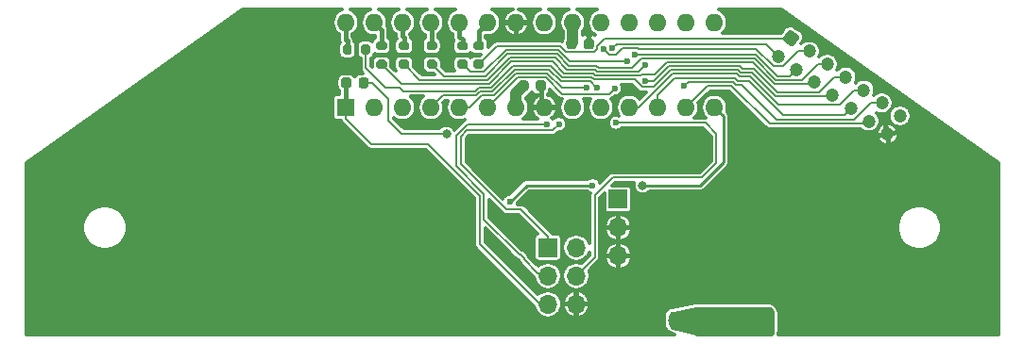
<source format=gbr>
%TF.GenerationSoftware,KiCad,Pcbnew,(5.1.9)-1*%
%TF.CreationDate,2021-10-08T19:18:35+02:00*%
%TF.ProjectId,multi_steering_kenwood_K24MSWK1MA,6d756c74-695f-4737-9465-6572696e675f,rev?*%
%TF.SameCoordinates,Original*%
%TF.FileFunction,Copper,L2,Bot*%
%TF.FilePolarity,Positive*%
%FSLAX46Y46*%
G04 Gerber Fmt 4.6, Leading zero omitted, Abs format (unit mm)*
G04 Created by KiCad (PCBNEW (5.1.9)-1) date 2021-10-08 19:18:35*
%MOMM*%
%LPD*%
G01*
G04 APERTURE LIST*
%TA.AperFunction,ComponentPad*%
%ADD10O,1.700000X1.700000*%
%TD*%
%TA.AperFunction,ComponentPad*%
%ADD11R,1.700000X1.700000*%
%TD*%
%TA.AperFunction,ComponentPad*%
%ADD12C,1.200000*%
%TD*%
%TA.AperFunction,ComponentPad*%
%ADD13O,1.600000X1.600000*%
%TD*%
%TA.AperFunction,ComponentPad*%
%ADD14R,1.600000X1.600000*%
%TD*%
%TA.AperFunction,ViaPad*%
%ADD15C,0.600000*%
%TD*%
%TA.AperFunction,ViaPad*%
%ADD16C,0.800000*%
%TD*%
%TA.AperFunction,Conductor*%
%ADD17C,0.400000*%
%TD*%
%TA.AperFunction,Conductor*%
%ADD18C,1.000000*%
%TD*%
%TA.AperFunction,Conductor*%
%ADD19C,0.200000*%
%TD*%
%TA.AperFunction,Conductor*%
%ADD20C,0.150000*%
%TD*%
%TA.AperFunction,Conductor*%
%ADD21C,0.250000*%
%TD*%
%TA.AperFunction,Conductor*%
%ADD22C,0.254000*%
%TD*%
%TA.AperFunction,Conductor*%
%ADD23C,0.100000*%
%TD*%
%TA.AperFunction,Conductor*%
%ADD24C,0.300000*%
%TD*%
G04 APERTURE END LIST*
D10*
%TO.P,X14,3*%
%TO.N,GND*%
X130906500Y-133687800D03*
%TO.P,X14,2*%
X130906500Y-131147800D03*
D11*
%TO.P,X14,1*%
%TO.N,+12VA*%
X130906500Y-128607800D03*
%TD*%
D12*
%TO.P,X5,14*%
%TO.N,GND*%
X155014480Y-122744467D03*
%TO.P,X5,12*%
%TO.N,/UP*%
X153386249Y-121583061D03*
%TO.P,X5,10*%
%TO.N,/RIGHT*%
X151758018Y-120421655D03*
%TO.P,X5,8*%
%TO.N,/RSVD8*%
X150129787Y-119260249D03*
%TO.P,X5,6*%
%TO.N,/RSVD6*%
X148501556Y-118098843D03*
%TO.P,X5,4*%
%TO.N,/RSVD4*%
X146873325Y-116937437D03*
%TO.P,X5,2*%
%TO.N,/LEFT*%
X145245094Y-115776031D03*
%TO.P,X5,13*%
%TO.N,/HORN*%
X156175886Y-121116235D03*
%TO.P,X5,11*%
%TO.N,/DOWN*%
X154547655Y-119954830D03*
%TO.P,X5,9*%
%TO.N,/VOLM*%
X152919424Y-118793424D03*
%TO.P,X5,7*%
%TO.N,/RSVD7*%
X151291193Y-117632018D03*
%TO.P,X5,5*%
%TO.N,/RSVD5*%
X149662962Y-116470612D03*
%TO.P,X5,3*%
%TO.N,/VOLP*%
X148034731Y-115309206D03*
%TO.P,X5,1*%
%TO.N,/RSVD1*%
%TA.AperFunction,ComponentPad*%
G36*
G01*
X145714784Y-114084320D02*
X146121277Y-113514437D01*
G75*
G02*
X146469980Y-113456084I203528J-145175D01*
G01*
X147039863Y-113862577D01*
G75*
G02*
X147098216Y-114211280I-145175J-203528D01*
G01*
X146691723Y-114781163D01*
G75*
G02*
X146343020Y-114839516I-203528J145175D01*
G01*
X145773137Y-114433023D01*
G75*
G02*
X145714784Y-114084320I145175J203528D01*
G01*
G37*
%TD.AperFunction*%
%TD*%
D13*
%TO.P,U2,28*%
%TO.N,Net-(R11-Pad2)*%
X106506500Y-112727800D03*
%TO.P,U2,14*%
%TO.N,/BUZ_EN*%
X139526500Y-120347800D03*
%TO.P,U2,27*%
%TO.N,Net-(R9-Pad2)*%
X109046500Y-112727800D03*
%TO.P,U2,13*%
%TO.N,/UP*%
X136986500Y-120347800D03*
%TO.P,U2,26*%
%TO.N,Net-(R8-Pad2)*%
X111586500Y-112727800D03*
%TO.P,U2,12*%
%TO.N,/RIGHT*%
X134446500Y-120347800D03*
%TO.P,U2,25*%
%TO.N,Net-(R7-Pad2)*%
X114126500Y-112727800D03*
%TO.P,U2,11*%
%TO.N,/VOLM*%
X131906500Y-120347800D03*
%TO.P,U2,24*%
%TO.N,Net-(R6-Pad2)*%
X116666500Y-112727800D03*
%TO.P,U2,10*%
%TO.N,Net-(C9-Pad2)*%
X129366500Y-120347800D03*
%TO.P,U2,23*%
%TO.N,Net-(R5-Pad2)*%
X119206500Y-112727800D03*
%TO.P,U2,9*%
%TO.N,Net-(C8-Pad2)*%
X126826500Y-120347800D03*
%TO.P,U2,22*%
%TO.N,GND*%
X121746500Y-112727800D03*
%TO.P,U2,8*%
X124286500Y-120347800D03*
%TO.P,U2,21*%
%TO.N,Net-(U2-Pad21)*%
X124286500Y-112727800D03*
%TO.P,U2,7*%
%TO.N,+5V*%
X121746500Y-120347800D03*
%TO.P,U2,20*%
X126826500Y-112727800D03*
%TO.P,U2,6*%
%TO.N,/DOWN*%
X119206500Y-120347800D03*
%TO.P,U2,19*%
%TO.N,/SCK*%
X129366500Y-112727800D03*
%TO.P,U2,5*%
%TO.N,/VOLP*%
X116666500Y-120347800D03*
%TO.P,U2,18*%
%TO.N,/MISO*%
X131906500Y-112727800D03*
%TO.P,U2,4*%
%TO.N,/LEFT*%
X114126500Y-120347800D03*
%TO.P,U2,17*%
%TO.N,/MOSI*%
X134446500Y-112727800D03*
%TO.P,U2,3*%
%TO.N,/MUTE*%
X111586500Y-120347800D03*
%TO.P,U2,16*%
%TO.N,Net-(U2-Pad16)*%
X136986500Y-112727800D03*
%TO.P,U2,2*%
%TO.N,/REM*%
X109046500Y-120347800D03*
%TO.P,U2,15*%
%TO.N,Net-(U2-Pad15)*%
X139526500Y-112727800D03*
D14*
%TO.P,U2,1*%
%TO.N,/RST*%
X106506500Y-120347800D03*
%TD*%
%TO.P,R11,2*%
%TO.N,Net-(R11-Pad2)*%
%TA.AperFunction,SMDPad,CuDef*%
G36*
G01*
X107031500Y-114872800D02*
X107031500Y-115422800D01*
G75*
G02*
X106831500Y-115622800I-200000J0D01*
G01*
X106431500Y-115622800D01*
G75*
G02*
X106231500Y-115422800I0J200000D01*
G01*
X106231500Y-114872800D01*
G75*
G02*
X106431500Y-114672800I200000J0D01*
G01*
X106831500Y-114672800D01*
G75*
G02*
X107031500Y-114872800I0J-200000D01*
G01*
G37*
%TD.AperFunction*%
%TO.P,R11,1*%
%TO.N,/RSVD8*%
%TA.AperFunction,SMDPad,CuDef*%
G36*
G01*
X108681500Y-114872800D02*
X108681500Y-115422800D01*
G75*
G02*
X108481500Y-115622800I-200000J0D01*
G01*
X108081500Y-115622800D01*
G75*
G02*
X107881500Y-115422800I0J200000D01*
G01*
X107881500Y-114872800D01*
G75*
G02*
X108081500Y-114672800I200000J0D01*
G01*
X108481500Y-114672800D01*
G75*
G02*
X108681500Y-114872800I0J-200000D01*
G01*
G37*
%TD.AperFunction*%
%TD*%
%TO.P,R10,2*%
%TO.N,/RST*%
%TA.AperFunction,SMDPad,CuDef*%
G36*
G01*
X106981500Y-117897800D02*
X106981500Y-118397800D01*
G75*
G02*
X106756500Y-118622800I-225000J0D01*
G01*
X106306500Y-118622800D01*
G75*
G02*
X106081500Y-118397800I0J225000D01*
G01*
X106081500Y-117897800D01*
G75*
G02*
X106306500Y-117672800I225000J0D01*
G01*
X106756500Y-117672800D01*
G75*
G02*
X106981500Y-117897800I0J-225000D01*
G01*
G37*
%TD.AperFunction*%
%TO.P,R10,1*%
%TO.N,+5V*%
%TA.AperFunction,SMDPad,CuDef*%
G36*
G01*
X108531500Y-117897800D02*
X108531500Y-118397800D01*
G75*
G02*
X108306500Y-118622800I-225000J0D01*
G01*
X107856500Y-118622800D01*
G75*
G02*
X107631500Y-118397800I0J225000D01*
G01*
X107631500Y-117897800D01*
G75*
G02*
X107856500Y-117672800I225000J0D01*
G01*
X108306500Y-117672800D01*
G75*
G02*
X108531500Y-117897800I0J-225000D01*
G01*
G37*
%TD.AperFunction*%
%TD*%
%TO.P,R9,2*%
%TO.N,Net-(R9-Pad2)*%
%TA.AperFunction,SMDPad,CuDef*%
G36*
G01*
X109981500Y-115222800D02*
X109431500Y-115222800D01*
G75*
G02*
X109231500Y-115022800I0J200000D01*
G01*
X109231500Y-114622800D01*
G75*
G02*
X109431500Y-114422800I200000J0D01*
G01*
X109981500Y-114422800D01*
G75*
G02*
X110181500Y-114622800I0J-200000D01*
G01*
X110181500Y-115022800D01*
G75*
G02*
X109981500Y-115222800I-200000J0D01*
G01*
G37*
%TD.AperFunction*%
%TO.P,R9,1*%
%TO.N,/RSVD6*%
%TA.AperFunction,SMDPad,CuDef*%
G36*
G01*
X109981500Y-116872800D02*
X109431500Y-116872800D01*
G75*
G02*
X109231500Y-116672800I0J200000D01*
G01*
X109231500Y-116272800D01*
G75*
G02*
X109431500Y-116072800I200000J0D01*
G01*
X109981500Y-116072800D01*
G75*
G02*
X110181500Y-116272800I0J-200000D01*
G01*
X110181500Y-116672800D01*
G75*
G02*
X109981500Y-116872800I-200000J0D01*
G01*
G37*
%TD.AperFunction*%
%TD*%
%TO.P,R8,2*%
%TO.N,Net-(R8-Pad2)*%
%TA.AperFunction,SMDPad,CuDef*%
G36*
G01*
X111981500Y-115222800D02*
X111431500Y-115222800D01*
G75*
G02*
X111231500Y-115022800I0J200000D01*
G01*
X111231500Y-114622800D01*
G75*
G02*
X111431500Y-114422800I200000J0D01*
G01*
X111981500Y-114422800D01*
G75*
G02*
X112181500Y-114622800I0J-200000D01*
G01*
X112181500Y-115022800D01*
G75*
G02*
X111981500Y-115222800I-200000J0D01*
G01*
G37*
%TD.AperFunction*%
%TO.P,R8,1*%
%TO.N,/RSVD4*%
%TA.AperFunction,SMDPad,CuDef*%
G36*
G01*
X111981500Y-116872800D02*
X111431500Y-116872800D01*
G75*
G02*
X111231500Y-116672800I0J200000D01*
G01*
X111231500Y-116272800D01*
G75*
G02*
X111431500Y-116072800I200000J0D01*
G01*
X111981500Y-116072800D01*
G75*
G02*
X112181500Y-116272800I0J-200000D01*
G01*
X112181500Y-116672800D01*
G75*
G02*
X111981500Y-116872800I-200000J0D01*
G01*
G37*
%TD.AperFunction*%
%TD*%
%TO.P,R7,2*%
%TO.N,Net-(R7-Pad2)*%
%TA.AperFunction,SMDPad,CuDef*%
G36*
G01*
X114481500Y-115222800D02*
X113931500Y-115222800D01*
G75*
G02*
X113731500Y-115022800I0J200000D01*
G01*
X113731500Y-114622800D01*
G75*
G02*
X113931500Y-114422800I200000J0D01*
G01*
X114481500Y-114422800D01*
G75*
G02*
X114681500Y-114622800I0J-200000D01*
G01*
X114681500Y-115022800D01*
G75*
G02*
X114481500Y-115222800I-200000J0D01*
G01*
G37*
%TD.AperFunction*%
%TO.P,R7,1*%
%TO.N,/RSVD5*%
%TA.AperFunction,SMDPad,CuDef*%
G36*
G01*
X114481500Y-116872800D02*
X113931500Y-116872800D01*
G75*
G02*
X113731500Y-116672800I0J200000D01*
G01*
X113731500Y-116272800D01*
G75*
G02*
X113931500Y-116072800I200000J0D01*
G01*
X114481500Y-116072800D01*
G75*
G02*
X114681500Y-116272800I0J-200000D01*
G01*
X114681500Y-116672800D01*
G75*
G02*
X114481500Y-116872800I-200000J0D01*
G01*
G37*
%TD.AperFunction*%
%TD*%
%TO.P,R6,2*%
%TO.N,Net-(R6-Pad2)*%
%TA.AperFunction,SMDPad,CuDef*%
G36*
G01*
X117231500Y-115222800D02*
X116681500Y-115222800D01*
G75*
G02*
X116481500Y-115022800I0J200000D01*
G01*
X116481500Y-114622800D01*
G75*
G02*
X116681500Y-114422800I200000J0D01*
G01*
X117231500Y-114422800D01*
G75*
G02*
X117431500Y-114622800I0J-200000D01*
G01*
X117431500Y-115022800D01*
G75*
G02*
X117231500Y-115222800I-200000J0D01*
G01*
G37*
%TD.AperFunction*%
%TO.P,R6,1*%
%TO.N,/RSVD7*%
%TA.AperFunction,SMDPad,CuDef*%
G36*
G01*
X117231500Y-116872800D02*
X116681500Y-116872800D01*
G75*
G02*
X116481500Y-116672800I0J200000D01*
G01*
X116481500Y-116272800D01*
G75*
G02*
X116681500Y-116072800I200000J0D01*
G01*
X117231500Y-116072800D01*
G75*
G02*
X117431500Y-116272800I0J-200000D01*
G01*
X117431500Y-116672800D01*
G75*
G02*
X117231500Y-116872800I-200000J0D01*
G01*
G37*
%TD.AperFunction*%
%TD*%
%TO.P,R5,2*%
%TO.N,Net-(R5-Pad2)*%
%TA.AperFunction,SMDPad,CuDef*%
G36*
G01*
X118681500Y-115222800D02*
X118131500Y-115222800D01*
G75*
G02*
X117931500Y-115022800I0J200000D01*
G01*
X117931500Y-114622800D01*
G75*
G02*
X118131500Y-114422800I200000J0D01*
G01*
X118681500Y-114422800D01*
G75*
G02*
X118881500Y-114622800I0J-200000D01*
G01*
X118881500Y-115022800D01*
G75*
G02*
X118681500Y-115222800I-200000J0D01*
G01*
G37*
%TD.AperFunction*%
%TO.P,R5,1*%
%TO.N,/RSVD1*%
%TA.AperFunction,SMDPad,CuDef*%
G36*
G01*
X118681500Y-116872800D02*
X118131500Y-116872800D01*
G75*
G02*
X117931500Y-116672800I0J200000D01*
G01*
X117931500Y-116272800D01*
G75*
G02*
X118131500Y-116072800I200000J0D01*
G01*
X118681500Y-116072800D01*
G75*
G02*
X118881500Y-116272800I0J-200000D01*
G01*
X118881500Y-116672800D01*
G75*
G02*
X118681500Y-116872800I-200000J0D01*
G01*
G37*
%TD.AperFunction*%
%TD*%
D10*
%TO.P,J4,6*%
%TO.N,GND*%
X127146500Y-138027800D03*
%TO.P,J4,5*%
%TO.N,/RST*%
X124606500Y-138027800D03*
%TO.P,J4,4*%
%TO.N,/MOSI*%
X127146500Y-135487800D03*
%TO.P,J4,3*%
%TO.N,/SCK*%
X124606500Y-135487800D03*
%TO.P,J4,2*%
%TO.N,+5V*%
X127146500Y-132947800D03*
D11*
%TO.P,J4,1*%
%TO.N,/MISO*%
X124606500Y-132947800D03*
%TD*%
%TO.P,C7,2*%
%TO.N,GND*%
%TA.AperFunction,SMDPad,CuDef*%
G36*
G01*
X123531500Y-118647800D02*
X123531500Y-118147800D01*
G75*
G02*
X123756500Y-117922800I225000J0D01*
G01*
X124206500Y-117922800D01*
G75*
G02*
X124431500Y-118147800I0J-225000D01*
G01*
X124431500Y-118647800D01*
G75*
G02*
X124206500Y-118872800I-225000J0D01*
G01*
X123756500Y-118872800D01*
G75*
G02*
X123531500Y-118647800I0J225000D01*
G01*
G37*
%TD.AperFunction*%
%TO.P,C7,1*%
%TO.N,+5V*%
%TA.AperFunction,SMDPad,CuDef*%
G36*
G01*
X121981500Y-118647800D02*
X121981500Y-118147800D01*
G75*
G02*
X122206500Y-117922800I225000J0D01*
G01*
X122656500Y-117922800D01*
G75*
G02*
X122881500Y-118147800I0J-225000D01*
G01*
X122881500Y-118647800D01*
G75*
G02*
X122656500Y-118872800I-225000J0D01*
G01*
X122206500Y-118872800D01*
G75*
G02*
X121981500Y-118647800I0J225000D01*
G01*
G37*
%TD.AperFunction*%
%TD*%
%TO.P,C6,2*%
%TO.N,GND*%
%TA.AperFunction,SMDPad,CuDef*%
G36*
G01*
X127831500Y-114897800D02*
X127831500Y-114397800D01*
G75*
G02*
X128056500Y-114172800I225000J0D01*
G01*
X128506500Y-114172800D01*
G75*
G02*
X128731500Y-114397800I0J-225000D01*
G01*
X128731500Y-114897800D01*
G75*
G02*
X128506500Y-115122800I-225000J0D01*
G01*
X128056500Y-115122800D01*
G75*
G02*
X127831500Y-114897800I0J225000D01*
G01*
G37*
%TD.AperFunction*%
%TO.P,C6,1*%
%TO.N,+5V*%
%TA.AperFunction,SMDPad,CuDef*%
G36*
G01*
X126281500Y-114897800D02*
X126281500Y-114397800D01*
G75*
G02*
X126506500Y-114172800I225000J0D01*
G01*
X126956500Y-114172800D01*
G75*
G02*
X127181500Y-114397800I0J-225000D01*
G01*
X127181500Y-114897800D01*
G75*
G02*
X126956500Y-115122800I-225000J0D01*
G01*
X126506500Y-115122800D01*
G75*
G02*
X126281500Y-114897800I0J225000D01*
G01*
G37*
%TD.AperFunction*%
%TD*%
D15*
%TO.N,GND*%
X118606500Y-123247800D03*
X117406500Y-124347800D03*
X117506500Y-123347800D03*
X128206500Y-113547800D03*
D16*
X127406500Y-126047800D03*
X128206500Y-124247800D03*
X128006500Y-122747800D03*
X125906500Y-128547800D03*
X127606500Y-129947800D03*
X116206500Y-133647800D03*
X116106500Y-138547800D03*
X113406500Y-136247800D03*
X119606500Y-136047800D03*
X80606500Y-135947800D03*
X84006500Y-139047800D03*
X88506500Y-135747800D03*
X91406500Y-139347800D03*
X91806500Y-133547800D03*
X90406500Y-130347800D03*
X79806500Y-130947800D03*
X81606500Y-125547800D03*
X86706500Y-123947800D03*
X90006500Y-126047800D03*
X88106500Y-120147800D03*
X92006500Y-124047800D03*
X90406500Y-117047800D03*
X95506500Y-121347800D03*
X93106500Y-119047800D03*
X94406500Y-115147800D03*
X99106500Y-121947800D03*
X97706500Y-117547800D03*
X103806500Y-121347800D03*
X99006500Y-113047800D03*
X102506500Y-117747800D03*
X103106500Y-113847800D03*
X120406500Y-114047800D03*
X107806500Y-125947800D03*
X108506500Y-129047800D03*
X111206500Y-125247800D03*
X113906500Y-125847800D03*
X113006500Y-121847800D03*
X113006500Y-115647800D03*
X115606500Y-115647800D03*
X123006500Y-114047800D03*
X142606500Y-112347800D03*
X144206500Y-125847800D03*
X141506500Y-126547800D03*
X143006500Y-129047800D03*
X145006500Y-127447800D03*
X136806500Y-125747800D03*
X138106500Y-125647800D03*
X139006500Y-124447800D03*
X138306500Y-122947800D03*
X136706500Y-122747800D03*
X133006500Y-122647800D03*
X134806500Y-122647800D03*
X123506500Y-126147800D03*
X129606500Y-126047800D03*
X133406500Y-131847800D03*
X134806500Y-136247800D03*
X130206500Y-140147800D03*
X130006500Y-138447800D03*
X122906500Y-140147800D03*
X121806500Y-137347800D03*
X121806500Y-134247800D03*
X122106500Y-131347800D03*
X119706500Y-129547800D03*
X146106500Y-131547800D03*
X148006500Y-129547800D03*
X148506500Y-132947800D03*
X152206500Y-130347800D03*
X152906500Y-133147800D03*
X157506500Y-135847800D03*
X157306500Y-140047800D03*
X164306500Y-133647800D03*
X164006500Y-130747800D03*
X163506500Y-126547800D03*
X162506500Y-125047800D03*
X157506500Y-125647800D03*
X105206500Y-138847800D03*
X97706500Y-138847800D03*
X100006500Y-130847800D03*
X102106500Y-130747800D03*
X101806500Y-124347800D03*
X104106500Y-123847800D03*
X113706500Y-129647800D03*
X120506500Y-127747800D03*
D15*
X119206500Y-125447800D03*
X120706500Y-125447800D03*
D16*
%TO.N,+5V*%
X144306500Y-139647800D03*
X144306500Y-140447800D03*
X144306500Y-138847800D03*
X137406500Y-139447800D03*
X136606500Y-139447800D03*
X135806500Y-139447800D03*
X115506500Y-122747800D03*
D15*
%TO.N,/VOLP*%
X129597868Y-115114494D03*
X128106496Y-118572788D03*
%TO.N,/RSVD7*%
X133306500Y-117947800D03*
X131706500Y-116222759D03*
%TO.N,/DOWN*%
X136806500Y-118447800D03*
X130606500Y-118647800D03*
%TO.N,/RSVD4*%
X133333505Y-116574805D03*
X132373474Y-115583390D03*
%TO.N,/LEFT*%
X130396016Y-115059916D03*
X129040851Y-118572790D03*
%TO.N,/MOSI*%
X130706500Y-121747800D03*
%TO.N,/SCK*%
X124506500Y-121847800D03*
%TO.N,/MISO*%
X125606500Y-121847800D03*
D16*
%TO.N,/BUZ_EN*%
X133106500Y-127347800D03*
D15*
X121206500Y-128847800D03*
X128606500Y-127347800D03*
%TD*%
D17*
%TO.N,GND*%
X128206500Y-114572800D02*
X128281500Y-114647800D01*
X128206500Y-113547800D02*
X128206500Y-114572800D01*
X123981500Y-120042800D02*
X124286500Y-120347800D01*
X123981500Y-118397800D02*
X123981500Y-120042800D01*
D18*
%TO.N,+5V*%
X121746500Y-119107800D02*
X122431500Y-118422800D01*
X121746500Y-120347800D02*
X121746500Y-119107800D01*
X126826500Y-114527800D02*
X126731500Y-114622800D01*
X126826500Y-112727800D02*
X126826500Y-114527800D01*
D19*
X111506500Y-122747800D02*
X115506500Y-122747800D01*
X110306500Y-121547800D02*
X111506500Y-122747800D01*
X110306500Y-119585300D02*
X110306500Y-121547800D01*
X108869000Y-118147800D02*
X110306500Y-119585300D01*
X108081500Y-118147800D02*
X108869000Y-118147800D01*
D20*
%TO.N,/RSVD1*%
X118406500Y-116472800D02*
X120031590Y-114847710D01*
X129006510Y-115104914D02*
X129006510Y-114854850D01*
X129713560Y-114147800D02*
X145683300Y-114147800D01*
X145683300Y-114147800D02*
X146406500Y-114147800D01*
X125701400Y-114847710D02*
X126251500Y-115397810D01*
X128713614Y-115397810D02*
X129006510Y-115104914D01*
X120031590Y-114847710D02*
X125701400Y-114847710D01*
X129006510Y-114854850D02*
X129713560Y-114147800D01*
X126251500Y-115397810D02*
X128713614Y-115397810D01*
%TO.N,/VOLP*%
X131298545Y-115008389D02*
X130672017Y-115634917D01*
X147006921Y-115309206D02*
X145665095Y-116651032D01*
X145665095Y-116651032D02*
X144825093Y-116651032D01*
X132649475Y-115008389D02*
X131298545Y-115008389D01*
X148034731Y-115309206D02*
X147006921Y-115309206D01*
X144825093Y-116651032D02*
X143246808Y-115072747D01*
X130672017Y-115634917D02*
X130118291Y-115634917D01*
X130118291Y-115634917D02*
X129597868Y-115114494D01*
X143246808Y-115072747D02*
X132713833Y-115072747D01*
X132713833Y-115072747D02*
X132649475Y-115008389D01*
X118690499Y-119272799D02*
X119786511Y-119272799D01*
X121761530Y-117297780D02*
X124558595Y-117297781D01*
X119786511Y-119272799D02*
X121761530Y-117297780D01*
X117615498Y-120347800D02*
X118690499Y-119272799D01*
X124558595Y-117297781D02*
X125833602Y-118572788D01*
X116666500Y-120347800D02*
X117615498Y-120347800D01*
X125833602Y-118572788D02*
X128106496Y-118572788D01*
%TO.N,/RSVD5*%
X119013577Y-117522744D02*
X120988591Y-115547730D01*
X125411444Y-115547730D02*
X126461460Y-116597746D01*
X126461460Y-116597746D02*
X128962418Y-116597746D01*
X132156531Y-116797768D02*
X133006460Y-115947840D01*
X148814434Y-116470612D02*
X149662962Y-116470612D01*
X145051158Y-117887446D02*
X147397600Y-117887446D01*
X143111552Y-115947840D02*
X145051158Y-117887446D01*
X133006460Y-115947840D02*
X143111552Y-115947840D01*
X115256444Y-117522744D02*
X119013577Y-117522744D01*
X129162440Y-116797768D02*
X132156531Y-116797768D01*
X147397600Y-117887446D02*
X148814434Y-116470612D01*
X114206500Y-116472800D02*
X115256444Y-117522744D01*
X128962418Y-116597746D02*
X129162440Y-116797768D01*
X120988591Y-115547730D02*
X125411444Y-115547730D01*
%TO.N,/RSVD7*%
X134106500Y-117947800D02*
X133306500Y-117947800D01*
X135406440Y-116647860D02*
X134106500Y-117947800D01*
X141806560Y-116647860D02*
X135406440Y-116647860D01*
X142056550Y-116897850D02*
X141806560Y-116647860D01*
X143071586Y-116897850D02*
X142056550Y-116897850D01*
X148921557Y-118973844D02*
X145147580Y-118973844D01*
X145147580Y-118973844D02*
X143071586Y-116897850D01*
X150263383Y-117632018D02*
X148921557Y-118973844D01*
X151291193Y-117632018D02*
X150263383Y-117632018D01*
X120840979Y-115197720D02*
X125556424Y-115197720D01*
X118865966Y-117172733D02*
X120840979Y-115197720D01*
X126581463Y-116222759D02*
X131706500Y-116222759D01*
X117656433Y-117172733D02*
X118865966Y-117172733D01*
X116956500Y-116472800D02*
X117656433Y-117172733D01*
X125556424Y-115197720D02*
X126581463Y-116222759D01*
%TO.N,/VOLM*%
X132752492Y-120347800D02*
X131906500Y-120347800D01*
X141516604Y-117347880D02*
X135752412Y-117347880D01*
X135752412Y-117347880D02*
X132752492Y-120347800D01*
X141766594Y-117597870D02*
X141516604Y-117347880D01*
X150729070Y-120135250D02*
X145293950Y-120135250D01*
X145293950Y-120135250D02*
X142756570Y-117597870D01*
X152919424Y-118793424D02*
X152070896Y-118793424D01*
X152070896Y-118793424D02*
X150729070Y-120135250D01*
X142756570Y-117597870D02*
X141766594Y-117597870D01*
%TO.N,/DOWN*%
X153519845Y-119954830D02*
X152026875Y-121447800D01*
X154547655Y-119954830D02*
X153519845Y-119954830D01*
X145106500Y-121447800D02*
X141956590Y-118297890D01*
X141461602Y-118297890D02*
X141211612Y-118047900D01*
X141956590Y-118297890D02*
X141461602Y-118297890D01*
X152026875Y-121447800D02*
X145106500Y-121447800D01*
X141211612Y-118047900D02*
X138006500Y-118047900D01*
X138006500Y-118047900D02*
X137206400Y-118047900D01*
X137206400Y-118047900D02*
X136806500Y-118447800D01*
X136806500Y-118447800D02*
X136806500Y-118447800D01*
X124413615Y-117647791D02*
X125913624Y-119147800D01*
X119206500Y-120347800D02*
X121906509Y-117647791D01*
X130106500Y-119147800D02*
X130606500Y-118647800D01*
X125913624Y-119147800D02*
X130106500Y-119147800D01*
X121906509Y-117647791D02*
X124413615Y-117647791D01*
%TO.N,/UP*%
X144466534Y-121797810D02*
X141066634Y-118397910D01*
X153171500Y-121797810D02*
X144466534Y-121797810D01*
X153386249Y-121583061D02*
X153171500Y-121797810D01*
X138936390Y-118397910D02*
X136986500Y-120347800D01*
X141066634Y-118397910D02*
X138936390Y-118397910D01*
%TO.N,/RIGHT*%
X135965039Y-117697891D02*
X134446500Y-119216430D01*
X141356591Y-117697891D02*
X135965039Y-117697891D01*
X141606580Y-117947880D02*
X141356591Y-117697891D01*
X142606581Y-117947881D02*
X141606580Y-117947880D01*
X145680354Y-121021654D02*
X142606581Y-117947881D01*
X151158019Y-121021654D02*
X145680354Y-121021654D01*
X151758018Y-120421655D02*
X151158019Y-121021654D01*
X134446500Y-119216430D02*
X134446500Y-120347800D01*
%TO.N,/RSVD8*%
X150066182Y-119323854D02*
X145002602Y-119323854D01*
X150129787Y-119260249D02*
X150066182Y-119323854D01*
X141911572Y-117247860D02*
X141661582Y-116997870D01*
X142926608Y-117247860D02*
X141911572Y-117247860D01*
X145002602Y-119323854D02*
X142926608Y-117247860D01*
X141661582Y-116997870D02*
X137956570Y-116997870D01*
X137956570Y-116997870D02*
X137906500Y-116997870D01*
X137856430Y-116997870D02*
X137956570Y-116997870D01*
X135607430Y-116997872D02*
X137856428Y-116997872D01*
X133030499Y-118522801D02*
X134082501Y-118522801D01*
X137856428Y-116997872D02*
X137856430Y-116997870D01*
X132355498Y-117847800D02*
X133030499Y-118522801D01*
X124848555Y-116597761D02*
X125898570Y-117647776D01*
X108281500Y-115147800D02*
X108281500Y-116822800D01*
X110006500Y-118547800D02*
X111286510Y-118547800D01*
X108281500Y-116822800D02*
X110006500Y-118547800D01*
X119496561Y-118572777D02*
X121471580Y-116597758D01*
X111636521Y-118897811D02*
X118075507Y-118897811D01*
X118075507Y-118897811D02*
X118400541Y-118572777D01*
X111286510Y-118547800D02*
X111636521Y-118897811D01*
X121471580Y-116597758D02*
X124848555Y-116597761D01*
X134082501Y-118522801D02*
X135607430Y-116997872D01*
X128727502Y-117847800D02*
X132355498Y-117847800D01*
X125898570Y-117647776D02*
X128527478Y-117647776D01*
X118400541Y-118572777D02*
X119496561Y-118572777D01*
X128527478Y-117647776D02*
X128727502Y-117847800D01*
%TO.N,/RSVD6*%
X132905508Y-117497790D02*
X133030499Y-117372799D01*
X128672458Y-117297766D02*
X128872481Y-117497789D01*
X142966574Y-116297850D02*
X144906180Y-118237456D01*
X144906180Y-118237456D02*
X148362943Y-118237456D01*
X148362943Y-118237456D02*
X148501556Y-118098843D01*
X135261462Y-116297850D02*
X142966574Y-116297850D01*
X134186513Y-117372799D02*
X135261462Y-116297850D01*
X133030499Y-117372799D02*
X134186513Y-117372799D01*
X128872481Y-117497789D02*
X132905508Y-117497790D01*
X126043550Y-117297766D02*
X128672458Y-117297766D01*
X124993535Y-116247751D02*
X126043550Y-117297766D01*
X121326602Y-116247748D02*
X124993535Y-116247751D01*
X119351584Y-118222766D02*
X121326602Y-116247748D01*
X111456466Y-118222766D02*
X119351584Y-118222766D01*
X109706500Y-116472800D02*
X111456466Y-118222766D01*
%TO.N,/RSVD4*%
X133333505Y-116574805D02*
X133360510Y-116547800D01*
X145196136Y-117537436D02*
X143242090Y-115583390D01*
X143242090Y-115583390D02*
X132373474Y-115583390D01*
X146273326Y-117537436D02*
X145196136Y-117537436D01*
X146873325Y-116937437D02*
X146273326Y-117537436D01*
X113106455Y-117872755D02*
X119206607Y-117872755D01*
X125266464Y-115897740D02*
X126316480Y-116947756D01*
X129017461Y-117147779D02*
X132760531Y-117147779D01*
X121181624Y-115897738D02*
X125266464Y-115897740D01*
X128817438Y-116947756D02*
X129017461Y-117147779D01*
X126316480Y-116947756D02*
X128817438Y-116947756D01*
X132760531Y-117147779D02*
X133333505Y-116574805D01*
X119206607Y-117872755D02*
X121181624Y-115897738D01*
X111706500Y-116472800D02*
X113106455Y-117872755D01*
%TO.N,/LEFT*%
X144127441Y-114658378D02*
X130797554Y-114658378D01*
X130797554Y-114658378D02*
X130396016Y-115059916D01*
X145245094Y-115776031D02*
X144127441Y-114658378D01*
X118545520Y-118922788D02*
X119641532Y-118922788D01*
X115201501Y-119272799D02*
X118195509Y-119272799D01*
X119641532Y-118922788D02*
X121616550Y-116947770D01*
X125753590Y-117997786D02*
X128382498Y-117997786D01*
X114126500Y-120347800D02*
X115201501Y-119272799D01*
X121616550Y-116947770D02*
X124703575Y-116947771D01*
X118195509Y-119272799D02*
X118545520Y-118922788D01*
X128382498Y-117997786D02*
X128957502Y-118572790D01*
X128957502Y-118572790D02*
X129040851Y-118572790D01*
X124703575Y-116947771D02*
X125753590Y-117997786D01*
D17*
%TO.N,/RST*%
X106506500Y-118172800D02*
X106481500Y-118147800D01*
X106506500Y-120347800D02*
X106506500Y-118172800D01*
D19*
X113882162Y-123647800D02*
X108806500Y-123647800D01*
X108806500Y-123647800D02*
X106506500Y-121347800D01*
X118506479Y-128272117D02*
X113882162Y-123647800D01*
X118506479Y-132647779D02*
X118506479Y-128272117D01*
X106506500Y-121347800D02*
X106506500Y-120347800D01*
X123886500Y-138027800D02*
X118506479Y-132647779D01*
X124606500Y-138027800D02*
X123886500Y-138027800D01*
D20*
%TO.N,/MOSI*%
X130706500Y-121747800D02*
X138706500Y-121747800D01*
X138706500Y-121747800D02*
X139706500Y-122747800D01*
X139706500Y-122747800D02*
X139706500Y-125347800D01*
X139706500Y-125347800D02*
X138406500Y-126647800D01*
X138406500Y-126647800D02*
X130406500Y-126647800D01*
X130406500Y-126647800D02*
X128806500Y-128247800D01*
X128806500Y-133827800D02*
X127146500Y-135487800D01*
X128806500Y-128247800D02*
X128806500Y-133827800D01*
%TO.N,/SCK*%
X123706500Y-135247800D02*
X124366500Y-135247800D01*
X122481501Y-133923799D02*
X122481501Y-134022801D01*
X122130501Y-133572799D02*
X122481501Y-133923799D01*
X122481501Y-134022801D02*
X123706500Y-135247800D01*
X122031499Y-133572799D02*
X122130501Y-133572799D01*
X118881488Y-128116782D02*
X118881488Y-130422788D01*
X124366500Y-135247800D02*
X124606500Y-135487800D01*
X116406500Y-125641794D02*
X118881488Y-128116782D01*
X118881488Y-130422788D02*
X122031499Y-133572799D01*
X116406500Y-122852810D02*
X116406500Y-125641794D01*
X117411510Y-121847800D02*
X116406500Y-122852810D01*
X124506500Y-121847800D02*
X117411510Y-121847800D01*
%TO.N,/MISO*%
X124606500Y-131947800D02*
X124606500Y-132947800D01*
X122181502Y-129522802D02*
X124606500Y-131947800D01*
X125031499Y-122422801D02*
X117331499Y-122422801D01*
X125606500Y-121847800D02*
X125031499Y-122422801D01*
X117331499Y-122422801D02*
X116806500Y-122947800D01*
X116806500Y-122947800D02*
X116806500Y-125446804D01*
X116806500Y-125446804D02*
X120882498Y-129522802D01*
X120882498Y-129522802D02*
X122181502Y-129522802D01*
D21*
%TO.N,/BUZ_EN*%
X139526500Y-120347800D02*
X140326499Y-121147799D01*
X140326499Y-121147799D02*
X140326499Y-125293500D01*
X138272199Y-127347800D02*
X133106500Y-127347800D01*
X140326499Y-125293500D02*
X138272199Y-127347800D01*
X128606500Y-127347800D02*
X128606500Y-127347800D01*
X122706500Y-127347800D02*
X121206500Y-128847800D01*
X121206500Y-128847800D02*
X121206500Y-128847800D01*
X128606500Y-127347800D02*
X122706500Y-127347800D01*
D17*
%TO.N,Net-(R5-Pad2)*%
X118406501Y-113527799D02*
X119206500Y-112727800D01*
X118406500Y-114822800D02*
X118406501Y-113527799D01*
%TO.N,Net-(R6-Pad2)*%
X116956500Y-114822800D02*
X116956500Y-114297800D01*
X116666500Y-114007800D02*
X116666500Y-112727800D01*
X116956500Y-114297800D02*
X116666500Y-114007800D01*
%TO.N,Net-(R7-Pad2)*%
X114206500Y-112807800D02*
X114126500Y-112727800D01*
X114206500Y-114822800D02*
X114206500Y-112807800D01*
%TO.N,Net-(R8-Pad2)*%
X111706500Y-114822800D02*
X111706500Y-114047800D01*
X111586500Y-113927800D02*
X111586500Y-112727800D01*
X111706500Y-114047800D02*
X111586500Y-113927800D01*
%TO.N,Net-(R9-Pad2)*%
X109706500Y-113387800D02*
X109046500Y-112727800D01*
X109706500Y-114822800D02*
X109706500Y-113387800D01*
%TO.N,Net-(R11-Pad2)*%
X106631500Y-115147800D02*
X106631500Y-114372800D01*
X106506500Y-114247800D02*
X106506500Y-112727800D01*
X106631500Y-114372800D02*
X106506500Y-114247800D01*
%TD*%
D22*
%TO.N,+5V*%
X144395650Y-138388569D02*
X144485345Y-138425722D01*
X144569028Y-138489934D01*
X144664366Y-138585272D01*
X144728578Y-138668955D01*
X144765731Y-138758650D01*
X144779500Y-138863235D01*
X144779500Y-140493870D01*
X144760880Y-140587481D01*
X144714938Y-140656238D01*
X144646181Y-140702180D01*
X144552570Y-140720800D01*
X137983863Y-140720800D01*
X137866242Y-140704644D01*
X135813875Y-140129981D01*
X135717659Y-140088985D01*
X135641747Y-140029783D01*
X135583574Y-139953085D01*
X135547035Y-139864026D01*
X135533500Y-139760317D01*
X135533500Y-139166435D01*
X135548645Y-139056859D01*
X135589414Y-138963573D01*
X135653956Y-138884845D01*
X135737433Y-138826574D01*
X135841911Y-138790234D01*
X137876710Y-138383274D01*
X137962284Y-138374800D01*
X144291065Y-138374800D01*
X144395650Y-138388569D01*
%TA.AperFunction,Conductor*%
D23*
G36*
X144395650Y-138388569D02*
G01*
X144485345Y-138425722D01*
X144569028Y-138489934D01*
X144664366Y-138585272D01*
X144728578Y-138668955D01*
X144765731Y-138758650D01*
X144779500Y-138863235D01*
X144779500Y-140493870D01*
X144760880Y-140587481D01*
X144714938Y-140656238D01*
X144646181Y-140702180D01*
X144552570Y-140720800D01*
X137983863Y-140720800D01*
X137866242Y-140704644D01*
X135813875Y-140129981D01*
X135717659Y-140088985D01*
X135641747Y-140029783D01*
X135583574Y-139953085D01*
X135547035Y-139864026D01*
X135533500Y-139760317D01*
X135533500Y-139166435D01*
X135548645Y-139056859D01*
X135589414Y-138963573D01*
X135653956Y-138884845D01*
X135737433Y-138826574D01*
X135841911Y-138790234D01*
X137876710Y-138383274D01*
X137962284Y-138374800D01*
X144291065Y-138374800D01*
X144395650Y-138388569D01*
G37*
%TD.AperFunction*%
%TD*%
D24*
%TO.N,GND*%
X105936192Y-111660829D02*
X105738995Y-111792592D01*
X105571292Y-111960295D01*
X105439529Y-112157492D01*
X105348769Y-112376606D01*
X105302500Y-112609216D01*
X105302500Y-112846384D01*
X105348769Y-113078994D01*
X105439529Y-113298108D01*
X105571292Y-113495305D01*
X105738995Y-113663008D01*
X105902500Y-113772259D01*
X105902500Y-114218133D01*
X105899578Y-114247800D01*
X105902500Y-114277466D01*
X105911240Y-114366204D01*
X105945777Y-114480058D01*
X105956791Y-114500664D01*
X105927668Y-114536150D01*
X105871672Y-114640911D01*
X105837189Y-114754584D01*
X105825546Y-114872800D01*
X105825546Y-115422800D01*
X105837189Y-115541016D01*
X105871672Y-115654689D01*
X105927668Y-115759450D01*
X106003026Y-115851274D01*
X106094850Y-115926632D01*
X106199611Y-115982628D01*
X106313284Y-116017111D01*
X106431500Y-116028754D01*
X106831500Y-116028754D01*
X106949716Y-116017111D01*
X107063389Y-115982628D01*
X107168150Y-115926632D01*
X107259974Y-115851274D01*
X107335332Y-115759450D01*
X107391328Y-115654689D01*
X107425811Y-115541016D01*
X107437454Y-115422800D01*
X107437454Y-114872800D01*
X107425811Y-114754584D01*
X107391328Y-114640911D01*
X107335332Y-114536150D01*
X107259974Y-114444326D01*
X107235500Y-114424241D01*
X107235500Y-114402467D01*
X107238422Y-114372800D01*
X107226760Y-114254395D01*
X107206106Y-114186309D01*
X107192223Y-114140541D01*
X107136137Y-114035612D01*
X107110500Y-114004373D01*
X107110500Y-113772259D01*
X107274005Y-113663008D01*
X107441708Y-113495305D01*
X107573471Y-113298108D01*
X107664231Y-113078994D01*
X107710500Y-112846384D01*
X107710500Y-112609216D01*
X107664231Y-112376606D01*
X107573471Y-112157492D01*
X107441708Y-111960295D01*
X107274005Y-111792592D01*
X107076808Y-111660829D01*
X106873944Y-111576800D01*
X108679056Y-111576800D01*
X108476192Y-111660829D01*
X108278995Y-111792592D01*
X108111292Y-111960295D01*
X107979529Y-112157492D01*
X107888769Y-112376606D01*
X107842500Y-112609216D01*
X107842500Y-112846384D01*
X107888769Y-113078994D01*
X107979529Y-113298108D01*
X108111292Y-113495305D01*
X108278995Y-113663008D01*
X108476192Y-113794771D01*
X108695306Y-113885531D01*
X108927916Y-113931800D01*
X109102501Y-113931800D01*
X109102500Y-114114879D01*
X109094850Y-114118968D01*
X109003026Y-114194326D01*
X108927668Y-114286150D01*
X108871672Y-114390911D01*
X108866333Y-114408511D01*
X108818150Y-114368968D01*
X108713389Y-114312972D01*
X108599716Y-114278489D01*
X108481500Y-114266846D01*
X108081500Y-114266846D01*
X107963284Y-114278489D01*
X107849611Y-114312972D01*
X107744850Y-114368968D01*
X107653026Y-114444326D01*
X107577668Y-114536150D01*
X107521672Y-114640911D01*
X107487189Y-114754584D01*
X107475546Y-114872800D01*
X107475546Y-115422800D01*
X107487189Y-115541016D01*
X107521672Y-115654689D01*
X107577668Y-115759450D01*
X107653026Y-115851274D01*
X107744850Y-115926632D01*
X107802500Y-115957447D01*
X107802501Y-116799267D01*
X107800183Y-116822800D01*
X107809432Y-116916700D01*
X107836822Y-117006992D01*
X107881300Y-117090205D01*
X107904825Y-117118870D01*
X107941158Y-117163143D01*
X107959436Y-117178143D01*
X108048139Y-117266846D01*
X107856500Y-117266846D01*
X107733407Y-117278970D01*
X107615044Y-117314875D01*
X107505961Y-117373181D01*
X107410348Y-117451648D01*
X107331881Y-117547261D01*
X107306500Y-117594746D01*
X107281119Y-117547261D01*
X107202652Y-117451648D01*
X107107039Y-117373181D01*
X106997956Y-117314875D01*
X106879593Y-117278970D01*
X106756500Y-117266846D01*
X106306500Y-117266846D01*
X106183407Y-117278970D01*
X106065044Y-117314875D01*
X105955961Y-117373181D01*
X105860348Y-117451648D01*
X105781881Y-117547261D01*
X105723575Y-117656344D01*
X105687670Y-117774707D01*
X105675546Y-117897800D01*
X105675546Y-118397800D01*
X105687670Y-118520893D01*
X105723575Y-118639256D01*
X105781881Y-118748339D01*
X105860348Y-118843952D01*
X105902501Y-118878546D01*
X105902501Y-119141846D01*
X105706500Y-119141846D01*
X105627302Y-119149646D01*
X105551148Y-119172747D01*
X105480964Y-119210262D01*
X105419447Y-119260747D01*
X105368962Y-119322264D01*
X105331447Y-119392448D01*
X105308346Y-119468602D01*
X105300546Y-119547800D01*
X105300546Y-121147800D01*
X105308346Y-121226998D01*
X105331447Y-121303152D01*
X105368962Y-121373336D01*
X105419447Y-121434853D01*
X105480964Y-121485338D01*
X105551148Y-121522853D01*
X105627302Y-121545954D01*
X105706500Y-121553754D01*
X106045106Y-121553754D01*
X106085412Y-121629162D01*
X106148394Y-121705906D01*
X106167627Y-121721690D01*
X108432614Y-123986678D01*
X108448394Y-124005906D01*
X108525138Y-124068888D01*
X108612695Y-124115688D01*
X108666330Y-124131958D01*
X108707698Y-124144507D01*
X108806499Y-124154238D01*
X108831253Y-124151800D01*
X113673399Y-124151800D01*
X118002480Y-128480881D01*
X118002479Y-132623025D01*
X118000041Y-132647779D01*
X118005619Y-132704408D01*
X118009772Y-132746579D01*
X118038591Y-132841583D01*
X118085391Y-132929141D01*
X118148373Y-133005885D01*
X118167606Y-133021669D01*
X123366220Y-138220283D01*
X123400690Y-138393578D01*
X123495219Y-138621792D01*
X123632454Y-138827179D01*
X123807121Y-139001846D01*
X124012508Y-139139081D01*
X124240722Y-139233610D01*
X124482992Y-139281800D01*
X124730008Y-139281800D01*
X124972278Y-139233610D01*
X125200492Y-139139081D01*
X125405879Y-139001846D01*
X125580546Y-138827179D01*
X125717781Y-138621792D01*
X125812310Y-138393578D01*
X125837002Y-138269440D01*
X125940470Y-138269440D01*
X126009473Y-138496920D01*
X126122841Y-138709729D01*
X126275548Y-138896332D01*
X126461725Y-139049558D01*
X126674218Y-139163518D01*
X126904860Y-139233833D01*
X127096500Y-139161786D01*
X127096500Y-138077800D01*
X127196500Y-138077800D01*
X127196500Y-139161786D01*
X127388140Y-139233833D01*
X127618782Y-139163518D01*
X127831275Y-139049558D01*
X128017452Y-138896332D01*
X128170159Y-138709729D01*
X128283527Y-138496920D01*
X128352530Y-138269440D01*
X128280398Y-138077800D01*
X127196500Y-138077800D01*
X127096500Y-138077800D01*
X126012602Y-138077800D01*
X125940470Y-138269440D01*
X125837002Y-138269440D01*
X125860500Y-138151308D01*
X125860500Y-137904292D01*
X125837003Y-137786160D01*
X125940470Y-137786160D01*
X126012602Y-137977800D01*
X127096500Y-137977800D01*
X127096500Y-136893814D01*
X127196500Y-136893814D01*
X127196500Y-137977800D01*
X128280398Y-137977800D01*
X128352530Y-137786160D01*
X128283527Y-137558680D01*
X128170159Y-137345871D01*
X128017452Y-137159268D01*
X127831275Y-137006042D01*
X127618782Y-136892082D01*
X127388140Y-136821767D01*
X127196500Y-136893814D01*
X127096500Y-136893814D01*
X126904860Y-136821767D01*
X126674218Y-136892082D01*
X126461725Y-137006042D01*
X126275548Y-137159268D01*
X126122841Y-137345871D01*
X126009473Y-137558680D01*
X125940470Y-137786160D01*
X125837003Y-137786160D01*
X125812310Y-137662022D01*
X125717781Y-137433808D01*
X125580546Y-137228421D01*
X125405879Y-137053754D01*
X125200492Y-136916519D01*
X124972278Y-136821990D01*
X124730008Y-136773800D01*
X124482992Y-136773800D01*
X124240722Y-136821990D01*
X124012508Y-136916519D01*
X123807121Y-137053754D01*
X123716169Y-137144706D01*
X119010479Y-132439016D01*
X119010479Y-131229186D01*
X121676156Y-133894864D01*
X121691156Y-133913142D01*
X121711016Y-133929440D01*
X121764092Y-133972999D01*
X121822064Y-134003985D01*
X121847307Y-134017478D01*
X121919747Y-134039453D01*
X122014847Y-134134553D01*
X122036822Y-134206993D01*
X122081301Y-134290206D01*
X122141158Y-134363144D01*
X122159440Y-134378147D01*
X123351157Y-135569865D01*
X123352500Y-135571501D01*
X123352500Y-135611308D01*
X123400690Y-135853578D01*
X123495219Y-136081792D01*
X123632454Y-136287179D01*
X123807121Y-136461846D01*
X124012508Y-136599081D01*
X124240722Y-136693610D01*
X124482992Y-136741800D01*
X124730008Y-136741800D01*
X124972278Y-136693610D01*
X125200492Y-136599081D01*
X125405879Y-136461846D01*
X125580546Y-136287179D01*
X125717781Y-136081792D01*
X125812310Y-135853578D01*
X125860500Y-135611308D01*
X125860500Y-135364292D01*
X125812310Y-135122022D01*
X125717781Y-134893808D01*
X125580546Y-134688421D01*
X125405879Y-134513754D01*
X125200492Y-134376519D01*
X124972278Y-134281990D01*
X124730008Y-134233800D01*
X124482992Y-134233800D01*
X124240722Y-134281990D01*
X124012508Y-134376519D01*
X123807121Y-134513754D01*
X123728491Y-134592384D01*
X122948155Y-133812048D01*
X122926180Y-133739607D01*
X122887617Y-133667462D01*
X122881701Y-133656393D01*
X122856936Y-133626216D01*
X122821844Y-133583456D01*
X122803566Y-133568456D01*
X122485848Y-133250739D01*
X122470844Y-133232456D01*
X122397906Y-133172599D01*
X122314693Y-133128120D01*
X122242253Y-133106146D01*
X119360488Y-130224381D01*
X119360488Y-128678200D01*
X120527155Y-129844867D01*
X120542155Y-129863145D01*
X120584915Y-129898237D01*
X120615092Y-129923002D01*
X120650199Y-129941767D01*
X120698306Y-129967481D01*
X120788598Y-129994871D01*
X120858972Y-130001802D01*
X120858975Y-130001802D01*
X120882498Y-130004119D01*
X120906021Y-130001802D01*
X121983095Y-130001802D01*
X123680612Y-131699320D01*
X123677302Y-131699646D01*
X123601148Y-131722747D01*
X123530964Y-131760262D01*
X123469447Y-131810747D01*
X123418962Y-131872264D01*
X123381447Y-131942448D01*
X123358346Y-132018602D01*
X123350546Y-132097800D01*
X123350546Y-133797800D01*
X123358346Y-133876998D01*
X123381447Y-133953152D01*
X123418962Y-134023336D01*
X123469447Y-134084853D01*
X123530964Y-134135338D01*
X123601148Y-134172853D01*
X123677302Y-134195954D01*
X123756500Y-134203754D01*
X125456500Y-134203754D01*
X125535698Y-134195954D01*
X125611852Y-134172853D01*
X125682036Y-134135338D01*
X125743553Y-134084853D01*
X125794038Y-134023336D01*
X125831553Y-133953152D01*
X125854654Y-133876998D01*
X125862454Y-133797800D01*
X125862454Y-132097800D01*
X125854654Y-132018602D01*
X125831553Y-131942448D01*
X125794038Y-131872264D01*
X125743553Y-131810747D01*
X125682036Y-131760262D01*
X125611852Y-131722747D01*
X125535698Y-131699646D01*
X125456500Y-131691846D01*
X125012821Y-131691846D01*
X125006700Y-131680394D01*
X124981935Y-131650217D01*
X124946843Y-131607457D01*
X124928565Y-131592457D01*
X122536849Y-129200742D01*
X122521845Y-129182459D01*
X122448907Y-129122602D01*
X122365694Y-129078123D01*
X122275402Y-129050733D01*
X122205028Y-129043802D01*
X122205025Y-129043802D01*
X122181502Y-129041485D01*
X122157979Y-129043802D01*
X121885304Y-129043802D01*
X121910500Y-128917138D01*
X121910500Y-128891918D01*
X122925619Y-127876800D01*
X128139894Y-127876800D01*
X128157726Y-127894632D01*
X128273031Y-127971676D01*
X128385958Y-128018452D01*
X128361821Y-128063609D01*
X128334431Y-128153901D01*
X128328839Y-128210682D01*
X128325183Y-128247800D01*
X128327500Y-128271323D01*
X128327501Y-132522127D01*
X128257781Y-132353808D01*
X128120546Y-132148421D01*
X127945879Y-131973754D01*
X127740492Y-131836519D01*
X127512278Y-131741990D01*
X127270008Y-131693800D01*
X127022992Y-131693800D01*
X126780722Y-131741990D01*
X126552508Y-131836519D01*
X126347121Y-131973754D01*
X126172454Y-132148421D01*
X126035219Y-132353808D01*
X125940690Y-132582022D01*
X125892500Y-132824292D01*
X125892500Y-133071308D01*
X125940690Y-133313578D01*
X126035219Y-133541792D01*
X126172454Y-133747179D01*
X126347121Y-133921846D01*
X126552508Y-134059081D01*
X126780722Y-134153610D01*
X127022992Y-134201800D01*
X127270008Y-134201800D01*
X127512278Y-134153610D01*
X127740492Y-134059081D01*
X127945879Y-133921846D01*
X128120546Y-133747179D01*
X128257781Y-133541792D01*
X128327501Y-133373473D01*
X128327501Y-133629391D01*
X127627271Y-134329621D01*
X127512278Y-134281990D01*
X127270008Y-134233800D01*
X127022992Y-134233800D01*
X126780722Y-134281990D01*
X126552508Y-134376519D01*
X126347121Y-134513754D01*
X126172454Y-134688421D01*
X126035219Y-134893808D01*
X125940690Y-135122022D01*
X125892500Y-135364292D01*
X125892500Y-135611308D01*
X125940690Y-135853578D01*
X126035219Y-136081792D01*
X126172454Y-136287179D01*
X126347121Y-136461846D01*
X126552508Y-136599081D01*
X126780722Y-136693610D01*
X127022992Y-136741800D01*
X127270008Y-136741800D01*
X127512278Y-136693610D01*
X127740492Y-136599081D01*
X127945879Y-136461846D01*
X128120546Y-136287179D01*
X128257781Y-136081792D01*
X128352310Y-135853578D01*
X128400500Y-135611308D01*
X128400500Y-135364292D01*
X128352310Y-135122022D01*
X128304679Y-135007029D01*
X129128565Y-134183143D01*
X129146843Y-134168143D01*
X129189060Y-134116700D01*
X129206700Y-134095206D01*
X129251179Y-134011992D01*
X129263007Y-133972999D01*
X129276221Y-133929440D01*
X129700470Y-133929440D01*
X129769473Y-134156920D01*
X129882841Y-134369729D01*
X130035548Y-134556332D01*
X130221725Y-134709558D01*
X130434218Y-134823518D01*
X130664860Y-134893833D01*
X130856500Y-134821786D01*
X130856500Y-133737800D01*
X130956500Y-133737800D01*
X130956500Y-134821786D01*
X131148140Y-134893833D01*
X131378782Y-134823518D01*
X131591275Y-134709558D01*
X131777452Y-134556332D01*
X131930159Y-134369729D01*
X132043527Y-134156920D01*
X132112530Y-133929440D01*
X132040398Y-133737800D01*
X130956500Y-133737800D01*
X130856500Y-133737800D01*
X129772602Y-133737800D01*
X129700470Y-133929440D01*
X129276221Y-133929440D01*
X129278569Y-133921700D01*
X129285500Y-133851326D01*
X129287818Y-133827800D01*
X129285500Y-133804269D01*
X129285500Y-133446160D01*
X129700470Y-133446160D01*
X129772602Y-133637800D01*
X130856500Y-133637800D01*
X130856500Y-132553814D01*
X130956500Y-132553814D01*
X130956500Y-133637800D01*
X132040398Y-133637800D01*
X132112530Y-133446160D01*
X132043527Y-133218680D01*
X131930159Y-133005871D01*
X131777452Y-132819268D01*
X131591275Y-132666042D01*
X131378782Y-132552082D01*
X131148140Y-132481767D01*
X130956500Y-132553814D01*
X130856500Y-132553814D01*
X130664860Y-132481767D01*
X130434218Y-132552082D01*
X130221725Y-132666042D01*
X130035548Y-132819268D01*
X129882841Y-133005871D01*
X129769473Y-133218680D01*
X129700470Y-133446160D01*
X129285500Y-133446160D01*
X129285500Y-131389440D01*
X129700470Y-131389440D01*
X129769473Y-131616920D01*
X129882841Y-131829729D01*
X130035548Y-132016332D01*
X130221725Y-132169558D01*
X130434218Y-132283518D01*
X130664860Y-132353833D01*
X130856500Y-132281786D01*
X130856500Y-131197800D01*
X130956500Y-131197800D01*
X130956500Y-132281786D01*
X131148140Y-132353833D01*
X131378782Y-132283518D01*
X131591275Y-132169558D01*
X131777452Y-132016332D01*
X131930159Y-131829729D01*
X132043527Y-131616920D01*
X132112530Y-131389440D01*
X132040398Y-131197800D01*
X130956500Y-131197800D01*
X130856500Y-131197800D01*
X129772602Y-131197800D01*
X129700470Y-131389440D01*
X129285500Y-131389440D01*
X129285500Y-130906160D01*
X129700470Y-130906160D01*
X129772602Y-131097800D01*
X130856500Y-131097800D01*
X130856500Y-130013814D01*
X130956500Y-130013814D01*
X130956500Y-131097800D01*
X132040398Y-131097800D01*
X132095869Y-130950423D01*
X155902500Y-130950423D01*
X155902500Y-131345177D01*
X155979513Y-131732345D01*
X156130579Y-132097050D01*
X156349892Y-132425275D01*
X156629025Y-132704408D01*
X156957250Y-132923721D01*
X157321955Y-133074787D01*
X157709123Y-133151800D01*
X158103877Y-133151800D01*
X158491045Y-133074787D01*
X158855750Y-132923721D01*
X159183975Y-132704408D01*
X159463108Y-132425275D01*
X159682421Y-132097050D01*
X159833487Y-131732345D01*
X159910500Y-131345177D01*
X159910500Y-130950423D01*
X159833487Y-130563255D01*
X159682421Y-130198550D01*
X159463108Y-129870325D01*
X159183975Y-129591192D01*
X158855750Y-129371879D01*
X158491045Y-129220813D01*
X158103877Y-129143800D01*
X157709123Y-129143800D01*
X157321955Y-129220813D01*
X156957250Y-129371879D01*
X156629025Y-129591192D01*
X156349892Y-129870325D01*
X156130579Y-130198550D01*
X155979513Y-130563255D01*
X155902500Y-130950423D01*
X132095869Y-130950423D01*
X132112530Y-130906160D01*
X132043527Y-130678680D01*
X131930159Y-130465871D01*
X131777452Y-130279268D01*
X131591275Y-130126042D01*
X131378782Y-130012082D01*
X131148140Y-129941767D01*
X130956500Y-130013814D01*
X130856500Y-130013814D01*
X130664860Y-129941767D01*
X130434218Y-130012082D01*
X130221725Y-130126042D01*
X130035548Y-130279268D01*
X129882841Y-130465871D01*
X129769473Y-130678680D01*
X129700470Y-130906160D01*
X129285500Y-130906160D01*
X129285500Y-128446207D01*
X129650546Y-128081161D01*
X129650546Y-129457800D01*
X129658346Y-129536998D01*
X129681447Y-129613152D01*
X129718962Y-129683336D01*
X129769447Y-129744853D01*
X129830964Y-129795338D01*
X129901148Y-129832853D01*
X129977302Y-129855954D01*
X130056500Y-129863754D01*
X131756500Y-129863754D01*
X131835698Y-129855954D01*
X131911852Y-129832853D01*
X131982036Y-129795338D01*
X132043553Y-129744853D01*
X132094038Y-129683336D01*
X132131553Y-129613152D01*
X132154654Y-129536998D01*
X132162454Y-129457800D01*
X132162454Y-127757800D01*
X132154654Y-127678602D01*
X132131553Y-127602448D01*
X132094038Y-127532264D01*
X132043553Y-127470747D01*
X131982036Y-127420262D01*
X131911852Y-127382747D01*
X131835698Y-127359646D01*
X131756500Y-127351846D01*
X130379862Y-127351846D01*
X130604908Y-127126800D01*
X132330708Y-127126800D01*
X132302500Y-127268613D01*
X132302500Y-127426987D01*
X132333397Y-127582318D01*
X132394005Y-127728637D01*
X132481993Y-127860320D01*
X132593980Y-127972307D01*
X132725663Y-128060295D01*
X132871982Y-128120903D01*
X133027313Y-128151800D01*
X133185687Y-128151800D01*
X133341018Y-128120903D01*
X133487337Y-128060295D01*
X133619020Y-127972307D01*
X133714527Y-127876800D01*
X138246220Y-127876800D01*
X138272199Y-127879359D01*
X138298178Y-127876800D01*
X138298180Y-127876800D01*
X138375901Y-127869145D01*
X138475618Y-127838896D01*
X138567517Y-127789775D01*
X138648068Y-127723669D01*
X138664634Y-127703483D01*
X140682187Y-125685931D01*
X140702368Y-125669369D01*
X140746819Y-125615205D01*
X140768474Y-125588819D01*
X140817595Y-125496919D01*
X140825661Y-125470330D01*
X140847844Y-125397202D01*
X140855499Y-125319481D01*
X140855499Y-125319479D01*
X140858058Y-125293500D01*
X140855499Y-125267521D01*
X140855499Y-123103943D01*
X154097696Y-123103943D01*
X154185442Y-123275892D01*
X154305047Y-123427418D01*
X154451916Y-123552699D01*
X154620403Y-123646920D01*
X154804036Y-123706461D01*
X154973065Y-123728338D01*
X155111783Y-123628872D01*
X154973418Y-122802034D01*
X154146579Y-122940399D01*
X154097696Y-123103943D01*
X140855499Y-123103943D01*
X140855499Y-122703052D01*
X154030609Y-122703052D01*
X154130075Y-122841770D01*
X154466158Y-122785529D01*
X155072047Y-122785529D01*
X155210412Y-123612368D01*
X155373956Y-123661251D01*
X155545905Y-123573505D01*
X155697431Y-123453900D01*
X155822712Y-123307031D01*
X155916933Y-123138544D01*
X155976474Y-122954911D01*
X155998351Y-122785882D01*
X155898885Y-122647164D01*
X155072047Y-122785529D01*
X154466158Y-122785529D01*
X154956913Y-122703405D01*
X154818548Y-121876566D01*
X154763332Y-121860062D01*
X154917177Y-121860062D01*
X155055542Y-122686900D01*
X155882381Y-122548535D01*
X155931264Y-122384991D01*
X155843518Y-122213042D01*
X155723913Y-122061516D01*
X155577044Y-121936235D01*
X155408557Y-121842014D01*
X155224924Y-121782473D01*
X155055895Y-121760596D01*
X154917177Y-121860062D01*
X154763332Y-121860062D01*
X154655004Y-121827683D01*
X154483055Y-121915429D01*
X154331529Y-122035034D01*
X154206248Y-122181903D01*
X154112027Y-122350390D01*
X154052486Y-122534023D01*
X154030609Y-122703052D01*
X140855499Y-122703052D01*
X140855499Y-121173769D01*
X140858057Y-121147798D01*
X140855499Y-121121827D01*
X140855499Y-121121818D01*
X140847844Y-121044097D01*
X140817595Y-120944380D01*
X140768474Y-120852481D01*
X140702368Y-120771930D01*
X140682187Y-120755368D01*
X140667121Y-120740302D01*
X140684231Y-120698994D01*
X140730500Y-120466384D01*
X140730500Y-120229216D01*
X140684231Y-119996606D01*
X140593471Y-119777492D01*
X140461708Y-119580295D01*
X140294005Y-119412592D01*
X140096808Y-119280829D01*
X139877694Y-119190069D01*
X139645084Y-119143800D01*
X139407916Y-119143800D01*
X139175306Y-119190069D01*
X138956192Y-119280829D01*
X138758995Y-119412592D01*
X138591292Y-119580295D01*
X138459529Y-119777492D01*
X138368769Y-119996606D01*
X138322500Y-120229216D01*
X138322500Y-120466384D01*
X138368769Y-120698994D01*
X138459529Y-120918108D01*
X138591292Y-121115305D01*
X138746400Y-121270413D01*
X138730026Y-121268800D01*
X138730023Y-121268800D01*
X138706500Y-121266483D01*
X138682977Y-121268800D01*
X137768213Y-121268800D01*
X137921708Y-121115305D01*
X138053471Y-120918108D01*
X138144231Y-120698994D01*
X138190500Y-120466384D01*
X138190500Y-120229216D01*
X138144231Y-119996606D01*
X138106410Y-119905298D01*
X139134798Y-118876910D01*
X140868227Y-118876910D01*
X144111191Y-122119875D01*
X144126191Y-122138153D01*
X144164838Y-122169869D01*
X144199128Y-122198010D01*
X144252990Y-122226800D01*
X144282342Y-122242489D01*
X144372634Y-122269879D01*
X144443008Y-122276810D01*
X144443011Y-122276810D01*
X144466534Y-122279127D01*
X144490057Y-122276810D01*
X152660127Y-122276810D01*
X152746236Y-122362919D01*
X152910677Y-122472794D01*
X153093393Y-122548478D01*
X153287364Y-122587061D01*
X153485134Y-122587061D01*
X153679105Y-122548478D01*
X153861821Y-122472794D01*
X154026262Y-122362919D01*
X154166107Y-122223074D01*
X154275982Y-122058633D01*
X154351666Y-121875917D01*
X154390249Y-121681946D01*
X154390249Y-121484176D01*
X154351666Y-121290205D01*
X154275982Y-121107489D01*
X154166107Y-120943048D01*
X154058639Y-120835580D01*
X154072083Y-120844563D01*
X154254799Y-120920247D01*
X154448770Y-120958830D01*
X154646540Y-120958830D01*
X154840511Y-120920247D01*
X155023227Y-120844563D01*
X155187668Y-120734688D01*
X155295134Y-120627222D01*
X155286153Y-120640663D01*
X155210469Y-120823379D01*
X155171886Y-121017350D01*
X155171886Y-121215120D01*
X155210469Y-121409091D01*
X155286153Y-121591807D01*
X155396028Y-121756248D01*
X155535873Y-121896093D01*
X155700314Y-122005968D01*
X155883030Y-122081652D01*
X156077001Y-122120235D01*
X156274771Y-122120235D01*
X156468742Y-122081652D01*
X156651458Y-122005968D01*
X156815899Y-121896093D01*
X156955744Y-121756248D01*
X157065619Y-121591807D01*
X157141303Y-121409091D01*
X157179886Y-121215120D01*
X157179886Y-121017350D01*
X157141303Y-120823379D01*
X157065619Y-120640663D01*
X156955744Y-120476222D01*
X156815899Y-120336377D01*
X156651458Y-120226502D01*
X156468742Y-120150818D01*
X156274771Y-120112235D01*
X156077001Y-120112235D01*
X155883030Y-120150818D01*
X155700314Y-120226502D01*
X155535873Y-120336377D01*
X155428407Y-120443843D01*
X155437388Y-120430402D01*
X155513072Y-120247686D01*
X155551655Y-120053715D01*
X155551655Y-119855945D01*
X155513072Y-119661974D01*
X155437388Y-119479258D01*
X155327513Y-119314817D01*
X155187668Y-119174972D01*
X155023227Y-119065097D01*
X154840511Y-118989413D01*
X154646540Y-118950830D01*
X154448770Y-118950830D01*
X154254799Y-118989413D01*
X154072083Y-119065097D01*
X153907642Y-119174972D01*
X153800174Y-119282440D01*
X153809157Y-119268996D01*
X153884841Y-119086280D01*
X153923424Y-118892309D01*
X153923424Y-118694539D01*
X153884841Y-118500568D01*
X153809157Y-118317852D01*
X153699282Y-118153411D01*
X153559437Y-118013566D01*
X153394996Y-117903691D01*
X153212280Y-117828007D01*
X153018309Y-117789424D01*
X152820539Y-117789424D01*
X152626568Y-117828007D01*
X152443852Y-117903691D01*
X152279411Y-118013566D01*
X152171943Y-118121034D01*
X152180926Y-118107590D01*
X152256610Y-117924874D01*
X152295193Y-117730903D01*
X152295193Y-117533133D01*
X152256610Y-117339162D01*
X152180926Y-117156446D01*
X152071051Y-116992005D01*
X151931206Y-116852160D01*
X151766765Y-116742285D01*
X151584049Y-116666601D01*
X151390078Y-116628018D01*
X151192308Y-116628018D01*
X150998337Y-116666601D01*
X150815621Y-116742285D01*
X150651180Y-116852160D01*
X150543712Y-116959628D01*
X150552695Y-116946184D01*
X150628379Y-116763468D01*
X150666962Y-116569497D01*
X150666962Y-116371727D01*
X150628379Y-116177756D01*
X150552695Y-115995040D01*
X150442820Y-115830599D01*
X150302975Y-115690754D01*
X150138534Y-115580879D01*
X149955818Y-115505195D01*
X149761847Y-115466612D01*
X149564077Y-115466612D01*
X149370106Y-115505195D01*
X149187390Y-115580879D01*
X149022949Y-115690754D01*
X148915481Y-115798222D01*
X148924464Y-115784778D01*
X149000148Y-115602062D01*
X149038731Y-115408091D01*
X149038731Y-115210321D01*
X149000148Y-115016350D01*
X148924464Y-114833634D01*
X148814589Y-114669193D01*
X148674744Y-114529348D01*
X148510303Y-114419473D01*
X148327587Y-114343789D01*
X148133616Y-114305206D01*
X147935846Y-114305206D01*
X147741875Y-114343789D01*
X147559159Y-114419473D01*
X147394718Y-114529348D01*
X147308451Y-114615615D01*
X147428710Y-114447018D01*
X147492761Y-114335517D01*
X147533829Y-114213662D01*
X147550335Y-114086136D01*
X147541645Y-113957841D01*
X147508093Y-113833706D01*
X147450967Y-113718502D01*
X147372465Y-113616657D01*
X147275601Y-113532083D01*
X146705718Y-113125590D01*
X146594217Y-113061539D01*
X146472362Y-113020471D01*
X146344836Y-113003965D01*
X146216541Y-113012655D01*
X146092406Y-113046207D01*
X145977202Y-113103333D01*
X145875357Y-113181835D01*
X145790783Y-113278699D01*
X145512527Y-113668800D01*
X140285337Y-113668800D01*
X140294005Y-113663008D01*
X140461708Y-113495305D01*
X140593471Y-113298108D01*
X140684231Y-113078994D01*
X140730500Y-112846384D01*
X140730500Y-112609216D01*
X140684231Y-112376606D01*
X140593471Y-112157492D01*
X140461708Y-111960295D01*
X140294005Y-111792592D01*
X140096808Y-111660829D01*
X139893944Y-111576800D01*
X145519873Y-111576800D01*
X164977501Y-125369550D01*
X164977500Y-140718800D01*
X145275853Y-140718800D01*
X145276748Y-140715851D01*
X145302737Y-140585195D01*
X145310500Y-140506379D01*
X145310500Y-138854907D01*
X145307044Y-138802175D01*
X145290007Y-138672765D01*
X145262710Y-138570893D01*
X145212760Y-138450303D01*
X145160027Y-138358967D01*
X145080567Y-138255413D01*
X145045724Y-138215682D01*
X144938618Y-138108576D01*
X144898887Y-138073733D01*
X144795333Y-137994273D01*
X144703997Y-137941540D01*
X144583407Y-137891590D01*
X144481535Y-137864293D01*
X144352125Y-137847256D01*
X144299393Y-137843800D01*
X137956010Y-137843800D01*
X137916199Y-137845766D01*
X137818141Y-137855476D01*
X137778721Y-137861355D01*
X135729211Y-138271257D01*
X135675721Y-138285835D01*
X135546411Y-138330812D01*
X135447887Y-138381116D01*
X135335624Y-138459481D01*
X135254438Y-138534623D01*
X135167640Y-138640500D01*
X135109881Y-138734843D01*
X135055054Y-138860294D01*
X135025048Y-138966771D01*
X135006304Y-139102391D01*
X135002500Y-139157702D01*
X135002500Y-139768570D01*
X135005897Y-139820853D01*
X135022645Y-139949179D01*
X135049483Y-140050245D01*
X135098606Y-140169975D01*
X135150483Y-140260766D01*
X135228689Y-140363877D01*
X135302129Y-140438312D01*
X135404179Y-140517898D01*
X135494264Y-140570991D01*
X135613322Y-140621720D01*
X135662755Y-140639089D01*
X135947437Y-140718800D01*
X77835500Y-140718800D01*
X77835500Y-130950423D01*
X82902500Y-130950423D01*
X82902500Y-131345177D01*
X82979513Y-131732345D01*
X83130579Y-132097050D01*
X83349892Y-132425275D01*
X83629025Y-132704408D01*
X83957250Y-132923721D01*
X84321955Y-133074787D01*
X84709123Y-133151800D01*
X85103877Y-133151800D01*
X85491045Y-133074787D01*
X85855750Y-132923721D01*
X86183975Y-132704408D01*
X86463108Y-132425275D01*
X86682421Y-132097050D01*
X86833487Y-131732345D01*
X86910500Y-131345177D01*
X86910500Y-130950423D01*
X86833487Y-130563255D01*
X86682421Y-130198550D01*
X86463108Y-129870325D01*
X86183975Y-129591192D01*
X85855750Y-129371879D01*
X85491045Y-129220813D01*
X85103877Y-129143800D01*
X84709123Y-129143800D01*
X84321955Y-129220813D01*
X83957250Y-129371879D01*
X83629025Y-129591192D01*
X83349892Y-129870325D01*
X83130579Y-130198550D01*
X82979513Y-130563255D01*
X82902500Y-130950423D01*
X77835500Y-130950423D01*
X77835500Y-125369549D01*
X97293128Y-111576800D01*
X106139056Y-111576800D01*
X105936192Y-111660829D01*
%TA.AperFunction,Conductor*%
D23*
G36*
X105936192Y-111660829D02*
G01*
X105738995Y-111792592D01*
X105571292Y-111960295D01*
X105439529Y-112157492D01*
X105348769Y-112376606D01*
X105302500Y-112609216D01*
X105302500Y-112846384D01*
X105348769Y-113078994D01*
X105439529Y-113298108D01*
X105571292Y-113495305D01*
X105738995Y-113663008D01*
X105902500Y-113772259D01*
X105902500Y-114218133D01*
X105899578Y-114247800D01*
X105902500Y-114277466D01*
X105911240Y-114366204D01*
X105945777Y-114480058D01*
X105956791Y-114500664D01*
X105927668Y-114536150D01*
X105871672Y-114640911D01*
X105837189Y-114754584D01*
X105825546Y-114872800D01*
X105825546Y-115422800D01*
X105837189Y-115541016D01*
X105871672Y-115654689D01*
X105927668Y-115759450D01*
X106003026Y-115851274D01*
X106094850Y-115926632D01*
X106199611Y-115982628D01*
X106313284Y-116017111D01*
X106431500Y-116028754D01*
X106831500Y-116028754D01*
X106949716Y-116017111D01*
X107063389Y-115982628D01*
X107168150Y-115926632D01*
X107259974Y-115851274D01*
X107335332Y-115759450D01*
X107391328Y-115654689D01*
X107425811Y-115541016D01*
X107437454Y-115422800D01*
X107437454Y-114872800D01*
X107425811Y-114754584D01*
X107391328Y-114640911D01*
X107335332Y-114536150D01*
X107259974Y-114444326D01*
X107235500Y-114424241D01*
X107235500Y-114402467D01*
X107238422Y-114372800D01*
X107226760Y-114254395D01*
X107206106Y-114186309D01*
X107192223Y-114140541D01*
X107136137Y-114035612D01*
X107110500Y-114004373D01*
X107110500Y-113772259D01*
X107274005Y-113663008D01*
X107441708Y-113495305D01*
X107573471Y-113298108D01*
X107664231Y-113078994D01*
X107710500Y-112846384D01*
X107710500Y-112609216D01*
X107664231Y-112376606D01*
X107573471Y-112157492D01*
X107441708Y-111960295D01*
X107274005Y-111792592D01*
X107076808Y-111660829D01*
X106873944Y-111576800D01*
X108679056Y-111576800D01*
X108476192Y-111660829D01*
X108278995Y-111792592D01*
X108111292Y-111960295D01*
X107979529Y-112157492D01*
X107888769Y-112376606D01*
X107842500Y-112609216D01*
X107842500Y-112846384D01*
X107888769Y-113078994D01*
X107979529Y-113298108D01*
X108111292Y-113495305D01*
X108278995Y-113663008D01*
X108476192Y-113794771D01*
X108695306Y-113885531D01*
X108927916Y-113931800D01*
X109102501Y-113931800D01*
X109102500Y-114114879D01*
X109094850Y-114118968D01*
X109003026Y-114194326D01*
X108927668Y-114286150D01*
X108871672Y-114390911D01*
X108866333Y-114408511D01*
X108818150Y-114368968D01*
X108713389Y-114312972D01*
X108599716Y-114278489D01*
X108481500Y-114266846D01*
X108081500Y-114266846D01*
X107963284Y-114278489D01*
X107849611Y-114312972D01*
X107744850Y-114368968D01*
X107653026Y-114444326D01*
X107577668Y-114536150D01*
X107521672Y-114640911D01*
X107487189Y-114754584D01*
X107475546Y-114872800D01*
X107475546Y-115422800D01*
X107487189Y-115541016D01*
X107521672Y-115654689D01*
X107577668Y-115759450D01*
X107653026Y-115851274D01*
X107744850Y-115926632D01*
X107802500Y-115957447D01*
X107802501Y-116799267D01*
X107800183Y-116822800D01*
X107809432Y-116916700D01*
X107836822Y-117006992D01*
X107881300Y-117090205D01*
X107904825Y-117118870D01*
X107941158Y-117163143D01*
X107959436Y-117178143D01*
X108048139Y-117266846D01*
X107856500Y-117266846D01*
X107733407Y-117278970D01*
X107615044Y-117314875D01*
X107505961Y-117373181D01*
X107410348Y-117451648D01*
X107331881Y-117547261D01*
X107306500Y-117594746D01*
X107281119Y-117547261D01*
X107202652Y-117451648D01*
X107107039Y-117373181D01*
X106997956Y-117314875D01*
X106879593Y-117278970D01*
X106756500Y-117266846D01*
X106306500Y-117266846D01*
X106183407Y-117278970D01*
X106065044Y-117314875D01*
X105955961Y-117373181D01*
X105860348Y-117451648D01*
X105781881Y-117547261D01*
X105723575Y-117656344D01*
X105687670Y-117774707D01*
X105675546Y-117897800D01*
X105675546Y-118397800D01*
X105687670Y-118520893D01*
X105723575Y-118639256D01*
X105781881Y-118748339D01*
X105860348Y-118843952D01*
X105902501Y-118878546D01*
X105902501Y-119141846D01*
X105706500Y-119141846D01*
X105627302Y-119149646D01*
X105551148Y-119172747D01*
X105480964Y-119210262D01*
X105419447Y-119260747D01*
X105368962Y-119322264D01*
X105331447Y-119392448D01*
X105308346Y-119468602D01*
X105300546Y-119547800D01*
X105300546Y-121147800D01*
X105308346Y-121226998D01*
X105331447Y-121303152D01*
X105368962Y-121373336D01*
X105419447Y-121434853D01*
X105480964Y-121485338D01*
X105551148Y-121522853D01*
X105627302Y-121545954D01*
X105706500Y-121553754D01*
X106045106Y-121553754D01*
X106085412Y-121629162D01*
X106148394Y-121705906D01*
X106167627Y-121721690D01*
X108432614Y-123986678D01*
X108448394Y-124005906D01*
X108525138Y-124068888D01*
X108612695Y-124115688D01*
X108666330Y-124131958D01*
X108707698Y-124144507D01*
X108806499Y-124154238D01*
X108831253Y-124151800D01*
X113673399Y-124151800D01*
X118002480Y-128480881D01*
X118002479Y-132623025D01*
X118000041Y-132647779D01*
X118005619Y-132704408D01*
X118009772Y-132746579D01*
X118038591Y-132841583D01*
X118085391Y-132929141D01*
X118148373Y-133005885D01*
X118167606Y-133021669D01*
X123366220Y-138220283D01*
X123400690Y-138393578D01*
X123495219Y-138621792D01*
X123632454Y-138827179D01*
X123807121Y-139001846D01*
X124012508Y-139139081D01*
X124240722Y-139233610D01*
X124482992Y-139281800D01*
X124730008Y-139281800D01*
X124972278Y-139233610D01*
X125200492Y-139139081D01*
X125405879Y-139001846D01*
X125580546Y-138827179D01*
X125717781Y-138621792D01*
X125812310Y-138393578D01*
X125837002Y-138269440D01*
X125940470Y-138269440D01*
X126009473Y-138496920D01*
X126122841Y-138709729D01*
X126275548Y-138896332D01*
X126461725Y-139049558D01*
X126674218Y-139163518D01*
X126904860Y-139233833D01*
X127096500Y-139161786D01*
X127096500Y-138077800D01*
X127196500Y-138077800D01*
X127196500Y-139161786D01*
X127388140Y-139233833D01*
X127618782Y-139163518D01*
X127831275Y-139049558D01*
X128017452Y-138896332D01*
X128170159Y-138709729D01*
X128283527Y-138496920D01*
X128352530Y-138269440D01*
X128280398Y-138077800D01*
X127196500Y-138077800D01*
X127096500Y-138077800D01*
X126012602Y-138077800D01*
X125940470Y-138269440D01*
X125837002Y-138269440D01*
X125860500Y-138151308D01*
X125860500Y-137904292D01*
X125837003Y-137786160D01*
X125940470Y-137786160D01*
X126012602Y-137977800D01*
X127096500Y-137977800D01*
X127096500Y-136893814D01*
X127196500Y-136893814D01*
X127196500Y-137977800D01*
X128280398Y-137977800D01*
X128352530Y-137786160D01*
X128283527Y-137558680D01*
X128170159Y-137345871D01*
X128017452Y-137159268D01*
X127831275Y-137006042D01*
X127618782Y-136892082D01*
X127388140Y-136821767D01*
X127196500Y-136893814D01*
X127096500Y-136893814D01*
X126904860Y-136821767D01*
X126674218Y-136892082D01*
X126461725Y-137006042D01*
X126275548Y-137159268D01*
X126122841Y-137345871D01*
X126009473Y-137558680D01*
X125940470Y-137786160D01*
X125837003Y-137786160D01*
X125812310Y-137662022D01*
X125717781Y-137433808D01*
X125580546Y-137228421D01*
X125405879Y-137053754D01*
X125200492Y-136916519D01*
X124972278Y-136821990D01*
X124730008Y-136773800D01*
X124482992Y-136773800D01*
X124240722Y-136821990D01*
X124012508Y-136916519D01*
X123807121Y-137053754D01*
X123716169Y-137144706D01*
X119010479Y-132439016D01*
X119010479Y-131229186D01*
X121676156Y-133894864D01*
X121691156Y-133913142D01*
X121711016Y-133929440D01*
X121764092Y-133972999D01*
X121822064Y-134003985D01*
X121847307Y-134017478D01*
X121919747Y-134039453D01*
X122014847Y-134134553D01*
X122036822Y-134206993D01*
X122081301Y-134290206D01*
X122141158Y-134363144D01*
X122159440Y-134378147D01*
X123351157Y-135569865D01*
X123352500Y-135571501D01*
X123352500Y-135611308D01*
X123400690Y-135853578D01*
X123495219Y-136081792D01*
X123632454Y-136287179D01*
X123807121Y-136461846D01*
X124012508Y-136599081D01*
X124240722Y-136693610D01*
X124482992Y-136741800D01*
X124730008Y-136741800D01*
X124972278Y-136693610D01*
X125200492Y-136599081D01*
X125405879Y-136461846D01*
X125580546Y-136287179D01*
X125717781Y-136081792D01*
X125812310Y-135853578D01*
X125860500Y-135611308D01*
X125860500Y-135364292D01*
X125812310Y-135122022D01*
X125717781Y-134893808D01*
X125580546Y-134688421D01*
X125405879Y-134513754D01*
X125200492Y-134376519D01*
X124972278Y-134281990D01*
X124730008Y-134233800D01*
X124482992Y-134233800D01*
X124240722Y-134281990D01*
X124012508Y-134376519D01*
X123807121Y-134513754D01*
X123728491Y-134592384D01*
X122948155Y-133812048D01*
X122926180Y-133739607D01*
X122887617Y-133667462D01*
X122881701Y-133656393D01*
X122856936Y-133626216D01*
X122821844Y-133583456D01*
X122803566Y-133568456D01*
X122485848Y-133250739D01*
X122470844Y-133232456D01*
X122397906Y-133172599D01*
X122314693Y-133128120D01*
X122242253Y-133106146D01*
X119360488Y-130224381D01*
X119360488Y-128678200D01*
X120527155Y-129844867D01*
X120542155Y-129863145D01*
X120584915Y-129898237D01*
X120615092Y-129923002D01*
X120650199Y-129941767D01*
X120698306Y-129967481D01*
X120788598Y-129994871D01*
X120858972Y-130001802D01*
X120858975Y-130001802D01*
X120882498Y-130004119D01*
X120906021Y-130001802D01*
X121983095Y-130001802D01*
X123680612Y-131699320D01*
X123677302Y-131699646D01*
X123601148Y-131722747D01*
X123530964Y-131760262D01*
X123469447Y-131810747D01*
X123418962Y-131872264D01*
X123381447Y-131942448D01*
X123358346Y-132018602D01*
X123350546Y-132097800D01*
X123350546Y-133797800D01*
X123358346Y-133876998D01*
X123381447Y-133953152D01*
X123418962Y-134023336D01*
X123469447Y-134084853D01*
X123530964Y-134135338D01*
X123601148Y-134172853D01*
X123677302Y-134195954D01*
X123756500Y-134203754D01*
X125456500Y-134203754D01*
X125535698Y-134195954D01*
X125611852Y-134172853D01*
X125682036Y-134135338D01*
X125743553Y-134084853D01*
X125794038Y-134023336D01*
X125831553Y-133953152D01*
X125854654Y-133876998D01*
X125862454Y-133797800D01*
X125862454Y-132097800D01*
X125854654Y-132018602D01*
X125831553Y-131942448D01*
X125794038Y-131872264D01*
X125743553Y-131810747D01*
X125682036Y-131760262D01*
X125611852Y-131722747D01*
X125535698Y-131699646D01*
X125456500Y-131691846D01*
X125012821Y-131691846D01*
X125006700Y-131680394D01*
X124981935Y-131650217D01*
X124946843Y-131607457D01*
X124928565Y-131592457D01*
X122536849Y-129200742D01*
X122521845Y-129182459D01*
X122448907Y-129122602D01*
X122365694Y-129078123D01*
X122275402Y-129050733D01*
X122205028Y-129043802D01*
X122205025Y-129043802D01*
X122181502Y-129041485D01*
X122157979Y-129043802D01*
X121885304Y-129043802D01*
X121910500Y-128917138D01*
X121910500Y-128891918D01*
X122925619Y-127876800D01*
X128139894Y-127876800D01*
X128157726Y-127894632D01*
X128273031Y-127971676D01*
X128385958Y-128018452D01*
X128361821Y-128063609D01*
X128334431Y-128153901D01*
X128328839Y-128210682D01*
X128325183Y-128247800D01*
X128327500Y-128271323D01*
X128327501Y-132522127D01*
X128257781Y-132353808D01*
X128120546Y-132148421D01*
X127945879Y-131973754D01*
X127740492Y-131836519D01*
X127512278Y-131741990D01*
X127270008Y-131693800D01*
X127022992Y-131693800D01*
X126780722Y-131741990D01*
X126552508Y-131836519D01*
X126347121Y-131973754D01*
X126172454Y-132148421D01*
X126035219Y-132353808D01*
X125940690Y-132582022D01*
X125892500Y-132824292D01*
X125892500Y-133071308D01*
X125940690Y-133313578D01*
X126035219Y-133541792D01*
X126172454Y-133747179D01*
X126347121Y-133921846D01*
X126552508Y-134059081D01*
X126780722Y-134153610D01*
X127022992Y-134201800D01*
X127270008Y-134201800D01*
X127512278Y-134153610D01*
X127740492Y-134059081D01*
X127945879Y-133921846D01*
X128120546Y-133747179D01*
X128257781Y-133541792D01*
X128327501Y-133373473D01*
X128327501Y-133629391D01*
X127627271Y-134329621D01*
X127512278Y-134281990D01*
X127270008Y-134233800D01*
X127022992Y-134233800D01*
X126780722Y-134281990D01*
X126552508Y-134376519D01*
X126347121Y-134513754D01*
X126172454Y-134688421D01*
X126035219Y-134893808D01*
X125940690Y-135122022D01*
X125892500Y-135364292D01*
X125892500Y-135611308D01*
X125940690Y-135853578D01*
X126035219Y-136081792D01*
X126172454Y-136287179D01*
X126347121Y-136461846D01*
X126552508Y-136599081D01*
X126780722Y-136693610D01*
X127022992Y-136741800D01*
X127270008Y-136741800D01*
X127512278Y-136693610D01*
X127740492Y-136599081D01*
X127945879Y-136461846D01*
X128120546Y-136287179D01*
X128257781Y-136081792D01*
X128352310Y-135853578D01*
X128400500Y-135611308D01*
X128400500Y-135364292D01*
X128352310Y-135122022D01*
X128304679Y-135007029D01*
X129128565Y-134183143D01*
X129146843Y-134168143D01*
X129189060Y-134116700D01*
X129206700Y-134095206D01*
X129251179Y-134011992D01*
X129263007Y-133972999D01*
X129276221Y-133929440D01*
X129700470Y-133929440D01*
X129769473Y-134156920D01*
X129882841Y-134369729D01*
X130035548Y-134556332D01*
X130221725Y-134709558D01*
X130434218Y-134823518D01*
X130664860Y-134893833D01*
X130856500Y-134821786D01*
X130856500Y-133737800D01*
X130956500Y-133737800D01*
X130956500Y-134821786D01*
X131148140Y-134893833D01*
X131378782Y-134823518D01*
X131591275Y-134709558D01*
X131777452Y-134556332D01*
X131930159Y-134369729D01*
X132043527Y-134156920D01*
X132112530Y-133929440D01*
X132040398Y-133737800D01*
X130956500Y-133737800D01*
X130856500Y-133737800D01*
X129772602Y-133737800D01*
X129700470Y-133929440D01*
X129276221Y-133929440D01*
X129278569Y-133921700D01*
X129285500Y-133851326D01*
X129287818Y-133827800D01*
X129285500Y-133804269D01*
X129285500Y-133446160D01*
X129700470Y-133446160D01*
X129772602Y-133637800D01*
X130856500Y-133637800D01*
X130856500Y-132553814D01*
X130956500Y-132553814D01*
X130956500Y-133637800D01*
X132040398Y-133637800D01*
X132112530Y-133446160D01*
X132043527Y-133218680D01*
X131930159Y-133005871D01*
X131777452Y-132819268D01*
X131591275Y-132666042D01*
X131378782Y-132552082D01*
X131148140Y-132481767D01*
X130956500Y-132553814D01*
X130856500Y-132553814D01*
X130664860Y-132481767D01*
X130434218Y-132552082D01*
X130221725Y-132666042D01*
X130035548Y-132819268D01*
X129882841Y-133005871D01*
X129769473Y-133218680D01*
X129700470Y-133446160D01*
X129285500Y-133446160D01*
X129285500Y-131389440D01*
X129700470Y-131389440D01*
X129769473Y-131616920D01*
X129882841Y-131829729D01*
X130035548Y-132016332D01*
X130221725Y-132169558D01*
X130434218Y-132283518D01*
X130664860Y-132353833D01*
X130856500Y-132281786D01*
X130856500Y-131197800D01*
X130956500Y-131197800D01*
X130956500Y-132281786D01*
X131148140Y-132353833D01*
X131378782Y-132283518D01*
X131591275Y-132169558D01*
X131777452Y-132016332D01*
X131930159Y-131829729D01*
X132043527Y-131616920D01*
X132112530Y-131389440D01*
X132040398Y-131197800D01*
X130956500Y-131197800D01*
X130856500Y-131197800D01*
X129772602Y-131197800D01*
X129700470Y-131389440D01*
X129285500Y-131389440D01*
X129285500Y-130906160D01*
X129700470Y-130906160D01*
X129772602Y-131097800D01*
X130856500Y-131097800D01*
X130856500Y-130013814D01*
X130956500Y-130013814D01*
X130956500Y-131097800D01*
X132040398Y-131097800D01*
X132095869Y-130950423D01*
X155902500Y-130950423D01*
X155902500Y-131345177D01*
X155979513Y-131732345D01*
X156130579Y-132097050D01*
X156349892Y-132425275D01*
X156629025Y-132704408D01*
X156957250Y-132923721D01*
X157321955Y-133074787D01*
X157709123Y-133151800D01*
X158103877Y-133151800D01*
X158491045Y-133074787D01*
X158855750Y-132923721D01*
X159183975Y-132704408D01*
X159463108Y-132425275D01*
X159682421Y-132097050D01*
X159833487Y-131732345D01*
X159910500Y-131345177D01*
X159910500Y-130950423D01*
X159833487Y-130563255D01*
X159682421Y-130198550D01*
X159463108Y-129870325D01*
X159183975Y-129591192D01*
X158855750Y-129371879D01*
X158491045Y-129220813D01*
X158103877Y-129143800D01*
X157709123Y-129143800D01*
X157321955Y-129220813D01*
X156957250Y-129371879D01*
X156629025Y-129591192D01*
X156349892Y-129870325D01*
X156130579Y-130198550D01*
X155979513Y-130563255D01*
X155902500Y-130950423D01*
X132095869Y-130950423D01*
X132112530Y-130906160D01*
X132043527Y-130678680D01*
X131930159Y-130465871D01*
X131777452Y-130279268D01*
X131591275Y-130126042D01*
X131378782Y-130012082D01*
X131148140Y-129941767D01*
X130956500Y-130013814D01*
X130856500Y-130013814D01*
X130664860Y-129941767D01*
X130434218Y-130012082D01*
X130221725Y-130126042D01*
X130035548Y-130279268D01*
X129882841Y-130465871D01*
X129769473Y-130678680D01*
X129700470Y-130906160D01*
X129285500Y-130906160D01*
X129285500Y-128446207D01*
X129650546Y-128081161D01*
X129650546Y-129457800D01*
X129658346Y-129536998D01*
X129681447Y-129613152D01*
X129718962Y-129683336D01*
X129769447Y-129744853D01*
X129830964Y-129795338D01*
X129901148Y-129832853D01*
X129977302Y-129855954D01*
X130056500Y-129863754D01*
X131756500Y-129863754D01*
X131835698Y-129855954D01*
X131911852Y-129832853D01*
X131982036Y-129795338D01*
X132043553Y-129744853D01*
X132094038Y-129683336D01*
X132131553Y-129613152D01*
X132154654Y-129536998D01*
X132162454Y-129457800D01*
X132162454Y-127757800D01*
X132154654Y-127678602D01*
X132131553Y-127602448D01*
X132094038Y-127532264D01*
X132043553Y-127470747D01*
X131982036Y-127420262D01*
X131911852Y-127382747D01*
X131835698Y-127359646D01*
X131756500Y-127351846D01*
X130379862Y-127351846D01*
X130604908Y-127126800D01*
X132330708Y-127126800D01*
X132302500Y-127268613D01*
X132302500Y-127426987D01*
X132333397Y-127582318D01*
X132394005Y-127728637D01*
X132481993Y-127860320D01*
X132593980Y-127972307D01*
X132725663Y-128060295D01*
X132871982Y-128120903D01*
X133027313Y-128151800D01*
X133185687Y-128151800D01*
X133341018Y-128120903D01*
X133487337Y-128060295D01*
X133619020Y-127972307D01*
X133714527Y-127876800D01*
X138246220Y-127876800D01*
X138272199Y-127879359D01*
X138298178Y-127876800D01*
X138298180Y-127876800D01*
X138375901Y-127869145D01*
X138475618Y-127838896D01*
X138567517Y-127789775D01*
X138648068Y-127723669D01*
X138664634Y-127703483D01*
X140682187Y-125685931D01*
X140702368Y-125669369D01*
X140746819Y-125615205D01*
X140768474Y-125588819D01*
X140817595Y-125496919D01*
X140825661Y-125470330D01*
X140847844Y-125397202D01*
X140855499Y-125319481D01*
X140855499Y-125319479D01*
X140858058Y-125293500D01*
X140855499Y-125267521D01*
X140855499Y-123103943D01*
X154097696Y-123103943D01*
X154185442Y-123275892D01*
X154305047Y-123427418D01*
X154451916Y-123552699D01*
X154620403Y-123646920D01*
X154804036Y-123706461D01*
X154973065Y-123728338D01*
X155111783Y-123628872D01*
X154973418Y-122802034D01*
X154146579Y-122940399D01*
X154097696Y-123103943D01*
X140855499Y-123103943D01*
X140855499Y-122703052D01*
X154030609Y-122703052D01*
X154130075Y-122841770D01*
X154466158Y-122785529D01*
X155072047Y-122785529D01*
X155210412Y-123612368D01*
X155373956Y-123661251D01*
X155545905Y-123573505D01*
X155697431Y-123453900D01*
X155822712Y-123307031D01*
X155916933Y-123138544D01*
X155976474Y-122954911D01*
X155998351Y-122785882D01*
X155898885Y-122647164D01*
X155072047Y-122785529D01*
X154466158Y-122785529D01*
X154956913Y-122703405D01*
X154818548Y-121876566D01*
X154763332Y-121860062D01*
X154917177Y-121860062D01*
X155055542Y-122686900D01*
X155882381Y-122548535D01*
X155931264Y-122384991D01*
X155843518Y-122213042D01*
X155723913Y-122061516D01*
X155577044Y-121936235D01*
X155408557Y-121842014D01*
X155224924Y-121782473D01*
X155055895Y-121760596D01*
X154917177Y-121860062D01*
X154763332Y-121860062D01*
X154655004Y-121827683D01*
X154483055Y-121915429D01*
X154331529Y-122035034D01*
X154206248Y-122181903D01*
X154112027Y-122350390D01*
X154052486Y-122534023D01*
X154030609Y-122703052D01*
X140855499Y-122703052D01*
X140855499Y-121173769D01*
X140858057Y-121147798D01*
X140855499Y-121121827D01*
X140855499Y-121121818D01*
X140847844Y-121044097D01*
X140817595Y-120944380D01*
X140768474Y-120852481D01*
X140702368Y-120771930D01*
X140682187Y-120755368D01*
X140667121Y-120740302D01*
X140684231Y-120698994D01*
X140730500Y-120466384D01*
X140730500Y-120229216D01*
X140684231Y-119996606D01*
X140593471Y-119777492D01*
X140461708Y-119580295D01*
X140294005Y-119412592D01*
X140096808Y-119280829D01*
X139877694Y-119190069D01*
X139645084Y-119143800D01*
X139407916Y-119143800D01*
X139175306Y-119190069D01*
X138956192Y-119280829D01*
X138758995Y-119412592D01*
X138591292Y-119580295D01*
X138459529Y-119777492D01*
X138368769Y-119996606D01*
X138322500Y-120229216D01*
X138322500Y-120466384D01*
X138368769Y-120698994D01*
X138459529Y-120918108D01*
X138591292Y-121115305D01*
X138746400Y-121270413D01*
X138730026Y-121268800D01*
X138730023Y-121268800D01*
X138706500Y-121266483D01*
X138682977Y-121268800D01*
X137768213Y-121268800D01*
X137921708Y-121115305D01*
X138053471Y-120918108D01*
X138144231Y-120698994D01*
X138190500Y-120466384D01*
X138190500Y-120229216D01*
X138144231Y-119996606D01*
X138106410Y-119905298D01*
X139134798Y-118876910D01*
X140868227Y-118876910D01*
X144111191Y-122119875D01*
X144126191Y-122138153D01*
X144164838Y-122169869D01*
X144199128Y-122198010D01*
X144252990Y-122226800D01*
X144282342Y-122242489D01*
X144372634Y-122269879D01*
X144443008Y-122276810D01*
X144443011Y-122276810D01*
X144466534Y-122279127D01*
X144490057Y-122276810D01*
X152660127Y-122276810D01*
X152746236Y-122362919D01*
X152910677Y-122472794D01*
X153093393Y-122548478D01*
X153287364Y-122587061D01*
X153485134Y-122587061D01*
X153679105Y-122548478D01*
X153861821Y-122472794D01*
X154026262Y-122362919D01*
X154166107Y-122223074D01*
X154275982Y-122058633D01*
X154351666Y-121875917D01*
X154390249Y-121681946D01*
X154390249Y-121484176D01*
X154351666Y-121290205D01*
X154275982Y-121107489D01*
X154166107Y-120943048D01*
X154058639Y-120835580D01*
X154072083Y-120844563D01*
X154254799Y-120920247D01*
X154448770Y-120958830D01*
X154646540Y-120958830D01*
X154840511Y-120920247D01*
X155023227Y-120844563D01*
X155187668Y-120734688D01*
X155295134Y-120627222D01*
X155286153Y-120640663D01*
X155210469Y-120823379D01*
X155171886Y-121017350D01*
X155171886Y-121215120D01*
X155210469Y-121409091D01*
X155286153Y-121591807D01*
X155396028Y-121756248D01*
X155535873Y-121896093D01*
X155700314Y-122005968D01*
X155883030Y-122081652D01*
X156077001Y-122120235D01*
X156274771Y-122120235D01*
X156468742Y-122081652D01*
X156651458Y-122005968D01*
X156815899Y-121896093D01*
X156955744Y-121756248D01*
X157065619Y-121591807D01*
X157141303Y-121409091D01*
X157179886Y-121215120D01*
X157179886Y-121017350D01*
X157141303Y-120823379D01*
X157065619Y-120640663D01*
X156955744Y-120476222D01*
X156815899Y-120336377D01*
X156651458Y-120226502D01*
X156468742Y-120150818D01*
X156274771Y-120112235D01*
X156077001Y-120112235D01*
X155883030Y-120150818D01*
X155700314Y-120226502D01*
X155535873Y-120336377D01*
X155428407Y-120443843D01*
X155437388Y-120430402D01*
X155513072Y-120247686D01*
X155551655Y-120053715D01*
X155551655Y-119855945D01*
X155513072Y-119661974D01*
X155437388Y-119479258D01*
X155327513Y-119314817D01*
X155187668Y-119174972D01*
X155023227Y-119065097D01*
X154840511Y-118989413D01*
X154646540Y-118950830D01*
X154448770Y-118950830D01*
X154254799Y-118989413D01*
X154072083Y-119065097D01*
X153907642Y-119174972D01*
X153800174Y-119282440D01*
X153809157Y-119268996D01*
X153884841Y-119086280D01*
X153923424Y-118892309D01*
X153923424Y-118694539D01*
X153884841Y-118500568D01*
X153809157Y-118317852D01*
X153699282Y-118153411D01*
X153559437Y-118013566D01*
X153394996Y-117903691D01*
X153212280Y-117828007D01*
X153018309Y-117789424D01*
X152820539Y-117789424D01*
X152626568Y-117828007D01*
X152443852Y-117903691D01*
X152279411Y-118013566D01*
X152171943Y-118121034D01*
X152180926Y-118107590D01*
X152256610Y-117924874D01*
X152295193Y-117730903D01*
X152295193Y-117533133D01*
X152256610Y-117339162D01*
X152180926Y-117156446D01*
X152071051Y-116992005D01*
X151931206Y-116852160D01*
X151766765Y-116742285D01*
X151584049Y-116666601D01*
X151390078Y-116628018D01*
X151192308Y-116628018D01*
X150998337Y-116666601D01*
X150815621Y-116742285D01*
X150651180Y-116852160D01*
X150543712Y-116959628D01*
X150552695Y-116946184D01*
X150628379Y-116763468D01*
X150666962Y-116569497D01*
X150666962Y-116371727D01*
X150628379Y-116177756D01*
X150552695Y-115995040D01*
X150442820Y-115830599D01*
X150302975Y-115690754D01*
X150138534Y-115580879D01*
X149955818Y-115505195D01*
X149761847Y-115466612D01*
X149564077Y-115466612D01*
X149370106Y-115505195D01*
X149187390Y-115580879D01*
X149022949Y-115690754D01*
X148915481Y-115798222D01*
X148924464Y-115784778D01*
X149000148Y-115602062D01*
X149038731Y-115408091D01*
X149038731Y-115210321D01*
X149000148Y-115016350D01*
X148924464Y-114833634D01*
X148814589Y-114669193D01*
X148674744Y-114529348D01*
X148510303Y-114419473D01*
X148327587Y-114343789D01*
X148133616Y-114305206D01*
X147935846Y-114305206D01*
X147741875Y-114343789D01*
X147559159Y-114419473D01*
X147394718Y-114529348D01*
X147308451Y-114615615D01*
X147428710Y-114447018D01*
X147492761Y-114335517D01*
X147533829Y-114213662D01*
X147550335Y-114086136D01*
X147541645Y-113957841D01*
X147508093Y-113833706D01*
X147450967Y-113718502D01*
X147372465Y-113616657D01*
X147275601Y-113532083D01*
X146705718Y-113125590D01*
X146594217Y-113061539D01*
X146472362Y-113020471D01*
X146344836Y-113003965D01*
X146216541Y-113012655D01*
X146092406Y-113046207D01*
X145977202Y-113103333D01*
X145875357Y-113181835D01*
X145790783Y-113278699D01*
X145512527Y-113668800D01*
X140285337Y-113668800D01*
X140294005Y-113663008D01*
X140461708Y-113495305D01*
X140593471Y-113298108D01*
X140684231Y-113078994D01*
X140730500Y-112846384D01*
X140730500Y-112609216D01*
X140684231Y-112376606D01*
X140593471Y-112157492D01*
X140461708Y-111960295D01*
X140294005Y-111792592D01*
X140096808Y-111660829D01*
X139893944Y-111576800D01*
X145519873Y-111576800D01*
X164977501Y-125369550D01*
X164977500Y-140718800D01*
X145275853Y-140718800D01*
X145276748Y-140715851D01*
X145302737Y-140585195D01*
X145310500Y-140506379D01*
X145310500Y-138854907D01*
X145307044Y-138802175D01*
X145290007Y-138672765D01*
X145262710Y-138570893D01*
X145212760Y-138450303D01*
X145160027Y-138358967D01*
X145080567Y-138255413D01*
X145045724Y-138215682D01*
X144938618Y-138108576D01*
X144898887Y-138073733D01*
X144795333Y-137994273D01*
X144703997Y-137941540D01*
X144583407Y-137891590D01*
X144481535Y-137864293D01*
X144352125Y-137847256D01*
X144299393Y-137843800D01*
X137956010Y-137843800D01*
X137916199Y-137845766D01*
X137818141Y-137855476D01*
X137778721Y-137861355D01*
X135729211Y-138271257D01*
X135675721Y-138285835D01*
X135546411Y-138330812D01*
X135447887Y-138381116D01*
X135335624Y-138459481D01*
X135254438Y-138534623D01*
X135167640Y-138640500D01*
X135109881Y-138734843D01*
X135055054Y-138860294D01*
X135025048Y-138966771D01*
X135006304Y-139102391D01*
X135002500Y-139157702D01*
X135002500Y-139768570D01*
X135005897Y-139820853D01*
X135022645Y-139949179D01*
X135049483Y-140050245D01*
X135098606Y-140169975D01*
X135150483Y-140260766D01*
X135228689Y-140363877D01*
X135302129Y-140438312D01*
X135404179Y-140517898D01*
X135494264Y-140570991D01*
X135613322Y-140621720D01*
X135662755Y-140639089D01*
X135947437Y-140718800D01*
X77835500Y-140718800D01*
X77835500Y-130950423D01*
X82902500Y-130950423D01*
X82902500Y-131345177D01*
X82979513Y-131732345D01*
X83130579Y-132097050D01*
X83349892Y-132425275D01*
X83629025Y-132704408D01*
X83957250Y-132923721D01*
X84321955Y-133074787D01*
X84709123Y-133151800D01*
X85103877Y-133151800D01*
X85491045Y-133074787D01*
X85855750Y-132923721D01*
X86183975Y-132704408D01*
X86463108Y-132425275D01*
X86682421Y-132097050D01*
X86833487Y-131732345D01*
X86910500Y-131345177D01*
X86910500Y-130950423D01*
X86833487Y-130563255D01*
X86682421Y-130198550D01*
X86463108Y-129870325D01*
X86183975Y-129591192D01*
X85855750Y-129371879D01*
X85491045Y-129220813D01*
X85103877Y-129143800D01*
X84709123Y-129143800D01*
X84321955Y-129220813D01*
X83957250Y-129371879D01*
X83629025Y-129591192D01*
X83349892Y-129870325D01*
X83130579Y-130198550D01*
X82979513Y-130563255D01*
X82902500Y-130950423D01*
X77835500Y-130950423D01*
X77835500Y-125369549D01*
X97293128Y-111576800D01*
X106139056Y-111576800D01*
X105936192Y-111660829D01*
G37*
%TD.AperFunction*%
D24*
X132675156Y-118844866D02*
X132690156Y-118863144D01*
X132725695Y-118892309D01*
X132763093Y-118923001D01*
X132839061Y-118963607D01*
X132846307Y-118967480D01*
X132936599Y-118994870D01*
X133006973Y-119001801D01*
X133006976Y-119001801D01*
X133030499Y-119004118D01*
X133054022Y-119001801D01*
X133421084Y-119001801D01*
X132842061Y-119580824D01*
X132841708Y-119580295D01*
X132674005Y-119412592D01*
X132476808Y-119280829D01*
X132257694Y-119190069D01*
X132025084Y-119143800D01*
X131787916Y-119143800D01*
X131555306Y-119190069D01*
X131336192Y-119280829D01*
X131138995Y-119412592D01*
X130971292Y-119580295D01*
X130839529Y-119777492D01*
X130748769Y-119996606D01*
X130702500Y-120229216D01*
X130702500Y-120466384D01*
X130748769Y-120698994D01*
X130839529Y-120918108D01*
X130952973Y-121087889D01*
X130911849Y-121070855D01*
X130775838Y-121043800D01*
X130637162Y-121043800D01*
X130501151Y-121070855D01*
X130373031Y-121123924D01*
X130257726Y-121200968D01*
X130159668Y-121299026D01*
X130082624Y-121414331D01*
X130029555Y-121542451D01*
X130002500Y-121678462D01*
X130002500Y-121817138D01*
X130029555Y-121953149D01*
X130082624Y-122081269D01*
X130159668Y-122196574D01*
X130257726Y-122294632D01*
X130373031Y-122371676D01*
X130501151Y-122424745D01*
X130637162Y-122451800D01*
X130775838Y-122451800D01*
X130911849Y-122424745D01*
X131039969Y-122371676D01*
X131155274Y-122294632D01*
X131223106Y-122226800D01*
X138508093Y-122226800D01*
X139227500Y-122946208D01*
X139227501Y-125149391D01*
X138208093Y-126168800D01*
X130430023Y-126168800D01*
X130406500Y-126166483D01*
X130382977Y-126168800D01*
X130382974Y-126168800D01*
X130312600Y-126175731D01*
X130222308Y-126203121D01*
X130139094Y-126247600D01*
X130108917Y-126272365D01*
X130066157Y-126307457D01*
X130051160Y-126325732D01*
X129269092Y-127107800D01*
X129230376Y-127014331D01*
X129153332Y-126899026D01*
X129055274Y-126800968D01*
X128939969Y-126723924D01*
X128811849Y-126670855D01*
X128675838Y-126643800D01*
X128537162Y-126643800D01*
X128401151Y-126670855D01*
X128273031Y-126723924D01*
X128157726Y-126800968D01*
X128139894Y-126818800D01*
X122732470Y-126818800D01*
X122706499Y-126816242D01*
X122680528Y-126818800D01*
X122680519Y-126818800D01*
X122602798Y-126826455D01*
X122503081Y-126856704D01*
X122411182Y-126905825D01*
X122330631Y-126971931D01*
X122314069Y-126992112D01*
X121162382Y-128143800D01*
X121137162Y-128143800D01*
X121001151Y-128170855D01*
X120873031Y-128223924D01*
X120757726Y-128300968D01*
X120659668Y-128399026D01*
X120582624Y-128514331D01*
X120573489Y-128536385D01*
X117285500Y-125248397D01*
X117285500Y-123146207D01*
X117529907Y-122901801D01*
X125007976Y-122901801D01*
X125031499Y-122904118D01*
X125055022Y-122901801D01*
X125055025Y-122901801D01*
X125125399Y-122894870D01*
X125215691Y-122867480D01*
X125298904Y-122823001D01*
X125371842Y-122763144D01*
X125386846Y-122744861D01*
X125579907Y-122551800D01*
X125675838Y-122551800D01*
X125811849Y-122524745D01*
X125939969Y-122471676D01*
X126055274Y-122394632D01*
X126153332Y-122296574D01*
X126230376Y-122181269D01*
X126283445Y-122053149D01*
X126310500Y-121917138D01*
X126310500Y-121778462D01*
X126283445Y-121642451D01*
X126230376Y-121514331D01*
X126153332Y-121399026D01*
X126055274Y-121300968D01*
X125939969Y-121223924D01*
X125811849Y-121170855D01*
X125675838Y-121143800D01*
X125537162Y-121143800D01*
X125401151Y-121170855D01*
X125273031Y-121223924D01*
X125157726Y-121300968D01*
X125059668Y-121399026D01*
X125056500Y-121403767D01*
X125053332Y-121399026D01*
X124964499Y-121310193D01*
X125118285Y-121184784D01*
X125265590Y-121006428D01*
X125375269Y-120802762D01*
X125443107Y-120581612D01*
X125370443Y-120397800D01*
X124336500Y-120397800D01*
X124336500Y-120417800D01*
X124236500Y-120417800D01*
X124236500Y-120397800D01*
X123202557Y-120397800D01*
X123129893Y-120581612D01*
X123197731Y-120802762D01*
X123307410Y-121006428D01*
X123454715Y-121184784D01*
X123633985Y-121330975D01*
X123705284Y-121368800D01*
X122385608Y-121368800D01*
X122514005Y-121283008D01*
X122681708Y-121115305D01*
X122813471Y-120918108D01*
X122904231Y-120698994D01*
X122950500Y-120466384D01*
X122950500Y-120229216D01*
X122904231Y-119996606D01*
X122813471Y-119777492D01*
X122681708Y-119580295D01*
X122650500Y-119549087D01*
X122650500Y-119482248D01*
X122906695Y-119226054D01*
X123007039Y-119172419D01*
X123102652Y-119093952D01*
X123174814Y-119006022D01*
X123178727Y-119018923D01*
X123214012Y-119084938D01*
X123261499Y-119142801D01*
X123319362Y-119190288D01*
X123385377Y-119225573D01*
X123457007Y-119247302D01*
X123531500Y-119254639D01*
X123836500Y-119252800D01*
X123931498Y-119157802D01*
X123931498Y-119227957D01*
X123838331Y-119256217D01*
X123633985Y-119364625D01*
X123454715Y-119510816D01*
X123307410Y-119689172D01*
X123197731Y-119892838D01*
X123129893Y-120113988D01*
X123202557Y-120297800D01*
X124236500Y-120297800D01*
X124236500Y-120277800D01*
X124336500Y-120277800D01*
X124336500Y-120297800D01*
X125370443Y-120297800D01*
X125443107Y-120113988D01*
X125375269Y-119892838D01*
X125265590Y-119689172D01*
X125118285Y-119510816D01*
X124939015Y-119364625D01*
X124734669Y-119256217D01*
X124597905Y-119214732D01*
X124643638Y-119190288D01*
X124701501Y-119142801D01*
X124748988Y-119084938D01*
X124784273Y-119018923D01*
X124806002Y-118947293D01*
X124813339Y-118872800D01*
X124812510Y-118724094D01*
X125558281Y-119469865D01*
X125573281Y-119488143D01*
X125597534Y-119508046D01*
X125646218Y-119548000D01*
X125669692Y-119560547D01*
X125729432Y-119592479D01*
X125819724Y-119619869D01*
X125862063Y-119624039D01*
X125759529Y-119777492D01*
X125668769Y-119996606D01*
X125622500Y-120229216D01*
X125622500Y-120466384D01*
X125668769Y-120698994D01*
X125759529Y-120918108D01*
X125891292Y-121115305D01*
X126058995Y-121283008D01*
X126256192Y-121414771D01*
X126475306Y-121505531D01*
X126707916Y-121551800D01*
X126945084Y-121551800D01*
X127177694Y-121505531D01*
X127396808Y-121414771D01*
X127594005Y-121283008D01*
X127761708Y-121115305D01*
X127893471Y-120918108D01*
X127984231Y-120698994D01*
X128030500Y-120466384D01*
X128030500Y-120229216D01*
X127984231Y-119996606D01*
X127893471Y-119777492D01*
X127792782Y-119626800D01*
X128400218Y-119626800D01*
X128299529Y-119777492D01*
X128208769Y-119996606D01*
X128162500Y-120229216D01*
X128162500Y-120466384D01*
X128208769Y-120698994D01*
X128299529Y-120918108D01*
X128431292Y-121115305D01*
X128598995Y-121283008D01*
X128796192Y-121414771D01*
X129015306Y-121505531D01*
X129247916Y-121551800D01*
X129485084Y-121551800D01*
X129717694Y-121505531D01*
X129936808Y-121414771D01*
X130134005Y-121283008D01*
X130301708Y-121115305D01*
X130433471Y-120918108D01*
X130524231Y-120698994D01*
X130570500Y-120466384D01*
X130570500Y-120229216D01*
X130524231Y-119996606D01*
X130433471Y-119777492D01*
X130304808Y-119584934D01*
X130373905Y-119548000D01*
X130446843Y-119488143D01*
X130461847Y-119469860D01*
X130579907Y-119351800D01*
X130675838Y-119351800D01*
X130811849Y-119324745D01*
X130939969Y-119271676D01*
X131055274Y-119194632D01*
X131153332Y-119096574D01*
X131230376Y-118981269D01*
X131283445Y-118853149D01*
X131310500Y-118717138D01*
X131310500Y-118578462D01*
X131283445Y-118442451D01*
X131235541Y-118326800D01*
X132157091Y-118326800D01*
X132675156Y-118844866D01*
%TA.AperFunction,Conductor*%
D23*
G36*
X132675156Y-118844866D02*
G01*
X132690156Y-118863144D01*
X132725695Y-118892309D01*
X132763093Y-118923001D01*
X132839061Y-118963607D01*
X132846307Y-118967480D01*
X132936599Y-118994870D01*
X133006973Y-119001801D01*
X133006976Y-119001801D01*
X133030499Y-119004118D01*
X133054022Y-119001801D01*
X133421084Y-119001801D01*
X132842061Y-119580824D01*
X132841708Y-119580295D01*
X132674005Y-119412592D01*
X132476808Y-119280829D01*
X132257694Y-119190069D01*
X132025084Y-119143800D01*
X131787916Y-119143800D01*
X131555306Y-119190069D01*
X131336192Y-119280829D01*
X131138995Y-119412592D01*
X130971292Y-119580295D01*
X130839529Y-119777492D01*
X130748769Y-119996606D01*
X130702500Y-120229216D01*
X130702500Y-120466384D01*
X130748769Y-120698994D01*
X130839529Y-120918108D01*
X130952973Y-121087889D01*
X130911849Y-121070855D01*
X130775838Y-121043800D01*
X130637162Y-121043800D01*
X130501151Y-121070855D01*
X130373031Y-121123924D01*
X130257726Y-121200968D01*
X130159668Y-121299026D01*
X130082624Y-121414331D01*
X130029555Y-121542451D01*
X130002500Y-121678462D01*
X130002500Y-121817138D01*
X130029555Y-121953149D01*
X130082624Y-122081269D01*
X130159668Y-122196574D01*
X130257726Y-122294632D01*
X130373031Y-122371676D01*
X130501151Y-122424745D01*
X130637162Y-122451800D01*
X130775838Y-122451800D01*
X130911849Y-122424745D01*
X131039969Y-122371676D01*
X131155274Y-122294632D01*
X131223106Y-122226800D01*
X138508093Y-122226800D01*
X139227500Y-122946208D01*
X139227501Y-125149391D01*
X138208093Y-126168800D01*
X130430023Y-126168800D01*
X130406500Y-126166483D01*
X130382977Y-126168800D01*
X130382974Y-126168800D01*
X130312600Y-126175731D01*
X130222308Y-126203121D01*
X130139094Y-126247600D01*
X130108917Y-126272365D01*
X130066157Y-126307457D01*
X130051160Y-126325732D01*
X129269092Y-127107800D01*
X129230376Y-127014331D01*
X129153332Y-126899026D01*
X129055274Y-126800968D01*
X128939969Y-126723924D01*
X128811849Y-126670855D01*
X128675838Y-126643800D01*
X128537162Y-126643800D01*
X128401151Y-126670855D01*
X128273031Y-126723924D01*
X128157726Y-126800968D01*
X128139894Y-126818800D01*
X122732470Y-126818800D01*
X122706499Y-126816242D01*
X122680528Y-126818800D01*
X122680519Y-126818800D01*
X122602798Y-126826455D01*
X122503081Y-126856704D01*
X122411182Y-126905825D01*
X122330631Y-126971931D01*
X122314069Y-126992112D01*
X121162382Y-128143800D01*
X121137162Y-128143800D01*
X121001151Y-128170855D01*
X120873031Y-128223924D01*
X120757726Y-128300968D01*
X120659668Y-128399026D01*
X120582624Y-128514331D01*
X120573489Y-128536385D01*
X117285500Y-125248397D01*
X117285500Y-123146207D01*
X117529907Y-122901801D01*
X125007976Y-122901801D01*
X125031499Y-122904118D01*
X125055022Y-122901801D01*
X125055025Y-122901801D01*
X125125399Y-122894870D01*
X125215691Y-122867480D01*
X125298904Y-122823001D01*
X125371842Y-122763144D01*
X125386846Y-122744861D01*
X125579907Y-122551800D01*
X125675838Y-122551800D01*
X125811849Y-122524745D01*
X125939969Y-122471676D01*
X126055274Y-122394632D01*
X126153332Y-122296574D01*
X126230376Y-122181269D01*
X126283445Y-122053149D01*
X126310500Y-121917138D01*
X126310500Y-121778462D01*
X126283445Y-121642451D01*
X126230376Y-121514331D01*
X126153332Y-121399026D01*
X126055274Y-121300968D01*
X125939969Y-121223924D01*
X125811849Y-121170855D01*
X125675838Y-121143800D01*
X125537162Y-121143800D01*
X125401151Y-121170855D01*
X125273031Y-121223924D01*
X125157726Y-121300968D01*
X125059668Y-121399026D01*
X125056500Y-121403767D01*
X125053332Y-121399026D01*
X124964499Y-121310193D01*
X125118285Y-121184784D01*
X125265590Y-121006428D01*
X125375269Y-120802762D01*
X125443107Y-120581612D01*
X125370443Y-120397800D01*
X124336500Y-120397800D01*
X124336500Y-120417800D01*
X124236500Y-120417800D01*
X124236500Y-120397800D01*
X123202557Y-120397800D01*
X123129893Y-120581612D01*
X123197731Y-120802762D01*
X123307410Y-121006428D01*
X123454715Y-121184784D01*
X123633985Y-121330975D01*
X123705284Y-121368800D01*
X122385608Y-121368800D01*
X122514005Y-121283008D01*
X122681708Y-121115305D01*
X122813471Y-120918108D01*
X122904231Y-120698994D01*
X122950500Y-120466384D01*
X122950500Y-120229216D01*
X122904231Y-119996606D01*
X122813471Y-119777492D01*
X122681708Y-119580295D01*
X122650500Y-119549087D01*
X122650500Y-119482248D01*
X122906695Y-119226054D01*
X123007039Y-119172419D01*
X123102652Y-119093952D01*
X123174814Y-119006022D01*
X123178727Y-119018923D01*
X123214012Y-119084938D01*
X123261499Y-119142801D01*
X123319362Y-119190288D01*
X123385377Y-119225573D01*
X123457007Y-119247302D01*
X123531500Y-119254639D01*
X123836500Y-119252800D01*
X123931498Y-119157802D01*
X123931498Y-119227957D01*
X123838331Y-119256217D01*
X123633985Y-119364625D01*
X123454715Y-119510816D01*
X123307410Y-119689172D01*
X123197731Y-119892838D01*
X123129893Y-120113988D01*
X123202557Y-120297800D01*
X124236500Y-120297800D01*
X124236500Y-120277800D01*
X124336500Y-120277800D01*
X124336500Y-120297800D01*
X125370443Y-120297800D01*
X125443107Y-120113988D01*
X125375269Y-119892838D01*
X125265590Y-119689172D01*
X125118285Y-119510816D01*
X124939015Y-119364625D01*
X124734669Y-119256217D01*
X124597905Y-119214732D01*
X124643638Y-119190288D01*
X124701501Y-119142801D01*
X124748988Y-119084938D01*
X124784273Y-119018923D01*
X124806002Y-118947293D01*
X124813339Y-118872800D01*
X124812510Y-118724094D01*
X125558281Y-119469865D01*
X125573281Y-119488143D01*
X125597534Y-119508046D01*
X125646218Y-119548000D01*
X125669692Y-119560547D01*
X125729432Y-119592479D01*
X125819724Y-119619869D01*
X125862063Y-119624039D01*
X125759529Y-119777492D01*
X125668769Y-119996606D01*
X125622500Y-120229216D01*
X125622500Y-120466384D01*
X125668769Y-120698994D01*
X125759529Y-120918108D01*
X125891292Y-121115305D01*
X126058995Y-121283008D01*
X126256192Y-121414771D01*
X126475306Y-121505531D01*
X126707916Y-121551800D01*
X126945084Y-121551800D01*
X127177694Y-121505531D01*
X127396808Y-121414771D01*
X127594005Y-121283008D01*
X127761708Y-121115305D01*
X127893471Y-120918108D01*
X127984231Y-120698994D01*
X128030500Y-120466384D01*
X128030500Y-120229216D01*
X127984231Y-119996606D01*
X127893471Y-119777492D01*
X127792782Y-119626800D01*
X128400218Y-119626800D01*
X128299529Y-119777492D01*
X128208769Y-119996606D01*
X128162500Y-120229216D01*
X128162500Y-120466384D01*
X128208769Y-120698994D01*
X128299529Y-120918108D01*
X128431292Y-121115305D01*
X128598995Y-121283008D01*
X128796192Y-121414771D01*
X129015306Y-121505531D01*
X129247916Y-121551800D01*
X129485084Y-121551800D01*
X129717694Y-121505531D01*
X129936808Y-121414771D01*
X130134005Y-121283008D01*
X130301708Y-121115305D01*
X130433471Y-120918108D01*
X130524231Y-120698994D01*
X130570500Y-120466384D01*
X130570500Y-120229216D01*
X130524231Y-119996606D01*
X130433471Y-119777492D01*
X130304808Y-119584934D01*
X130373905Y-119548000D01*
X130446843Y-119488143D01*
X130461847Y-119469860D01*
X130579907Y-119351800D01*
X130675838Y-119351800D01*
X130811849Y-119324745D01*
X130939969Y-119271676D01*
X131055274Y-119194632D01*
X131153332Y-119096574D01*
X131230376Y-118981269D01*
X131283445Y-118853149D01*
X131310500Y-118717138D01*
X131310500Y-118578462D01*
X131283445Y-118442451D01*
X131235541Y-118326800D01*
X132157091Y-118326800D01*
X132675156Y-118844866D01*
G37*
%TD.AperFunction*%
D24*
X113358995Y-119412592D02*
X113191292Y-119580295D01*
X113059529Y-119777492D01*
X112968769Y-119996606D01*
X112922500Y-120229216D01*
X112922500Y-120466384D01*
X112968769Y-120698994D01*
X113059529Y-120918108D01*
X113191292Y-121115305D01*
X113358995Y-121283008D01*
X113556192Y-121414771D01*
X113775306Y-121505531D01*
X114007916Y-121551800D01*
X114245084Y-121551800D01*
X114477694Y-121505531D01*
X114696808Y-121414771D01*
X114894005Y-121283008D01*
X115061708Y-121115305D01*
X115193471Y-120918108D01*
X115284231Y-120698994D01*
X115330500Y-120466384D01*
X115330500Y-120229216D01*
X115284231Y-119996606D01*
X115246410Y-119905298D01*
X115399909Y-119751799D01*
X115616697Y-119751799D01*
X115599529Y-119777492D01*
X115508769Y-119996606D01*
X115462500Y-120229216D01*
X115462500Y-120466384D01*
X115508769Y-120698994D01*
X115599529Y-120918108D01*
X115731292Y-121115305D01*
X115898995Y-121283008D01*
X116096192Y-121414771D01*
X116315306Y-121505531D01*
X116547916Y-121551800D01*
X116785084Y-121551800D01*
X117017694Y-121505531D01*
X117130400Y-121458847D01*
X117121279Y-121466332D01*
X117071167Y-121507457D01*
X117056167Y-121525735D01*
X116217371Y-122364532D01*
X116131007Y-122235280D01*
X116019020Y-122123293D01*
X115887337Y-122035305D01*
X115741018Y-121974697D01*
X115585687Y-121943800D01*
X115427313Y-121943800D01*
X115271982Y-121974697D01*
X115125663Y-122035305D01*
X114993980Y-122123293D01*
X114881993Y-122235280D01*
X114876300Y-122243800D01*
X111715264Y-122243800D01*
X110810500Y-121339037D01*
X110810500Y-121274513D01*
X110818995Y-121283008D01*
X111016192Y-121414771D01*
X111235306Y-121505531D01*
X111467916Y-121551800D01*
X111705084Y-121551800D01*
X111937694Y-121505531D01*
X112156808Y-121414771D01*
X112354005Y-121283008D01*
X112521708Y-121115305D01*
X112653471Y-120918108D01*
X112744231Y-120698994D01*
X112790500Y-120466384D01*
X112790500Y-120229216D01*
X112744231Y-119996606D01*
X112653471Y-119777492D01*
X112521708Y-119580295D01*
X112354005Y-119412592D01*
X112300455Y-119376811D01*
X113412545Y-119376811D01*
X113358995Y-119412592D01*
%TA.AperFunction,Conductor*%
D23*
G36*
X113358995Y-119412592D02*
G01*
X113191292Y-119580295D01*
X113059529Y-119777492D01*
X112968769Y-119996606D01*
X112922500Y-120229216D01*
X112922500Y-120466384D01*
X112968769Y-120698994D01*
X113059529Y-120918108D01*
X113191292Y-121115305D01*
X113358995Y-121283008D01*
X113556192Y-121414771D01*
X113775306Y-121505531D01*
X114007916Y-121551800D01*
X114245084Y-121551800D01*
X114477694Y-121505531D01*
X114696808Y-121414771D01*
X114894005Y-121283008D01*
X115061708Y-121115305D01*
X115193471Y-120918108D01*
X115284231Y-120698994D01*
X115330500Y-120466384D01*
X115330500Y-120229216D01*
X115284231Y-119996606D01*
X115246410Y-119905298D01*
X115399909Y-119751799D01*
X115616697Y-119751799D01*
X115599529Y-119777492D01*
X115508769Y-119996606D01*
X115462500Y-120229216D01*
X115462500Y-120466384D01*
X115508769Y-120698994D01*
X115599529Y-120918108D01*
X115731292Y-121115305D01*
X115898995Y-121283008D01*
X116096192Y-121414771D01*
X116315306Y-121505531D01*
X116547916Y-121551800D01*
X116785084Y-121551800D01*
X117017694Y-121505531D01*
X117130400Y-121458847D01*
X117121279Y-121466332D01*
X117071167Y-121507457D01*
X117056167Y-121525735D01*
X116217371Y-122364532D01*
X116131007Y-122235280D01*
X116019020Y-122123293D01*
X115887337Y-122035305D01*
X115741018Y-121974697D01*
X115585687Y-121943800D01*
X115427313Y-121943800D01*
X115271982Y-121974697D01*
X115125663Y-122035305D01*
X114993980Y-122123293D01*
X114881993Y-122235280D01*
X114876300Y-122243800D01*
X111715264Y-122243800D01*
X110810500Y-121339037D01*
X110810500Y-121274513D01*
X110818995Y-121283008D01*
X111016192Y-121414771D01*
X111235306Y-121505531D01*
X111467916Y-121551800D01*
X111705084Y-121551800D01*
X111937694Y-121505531D01*
X112156808Y-121414771D01*
X112354005Y-121283008D01*
X112521708Y-121115305D01*
X112653471Y-120918108D01*
X112744231Y-120698994D01*
X112790500Y-120466384D01*
X112790500Y-120229216D01*
X112744231Y-119996606D01*
X112653471Y-119777492D01*
X112521708Y-119580295D01*
X112354005Y-119412592D01*
X112300455Y-119376811D01*
X113412545Y-119376811D01*
X113358995Y-119412592D01*
G37*
%TD.AperFunction*%
D24*
X124031500Y-118347800D02*
X124051500Y-118347800D01*
X124051500Y-118447800D01*
X124031500Y-118447800D01*
X124031500Y-118467800D01*
X123931500Y-118467800D01*
X123931500Y-118447800D01*
X123911500Y-118447800D01*
X123911500Y-118347800D01*
X123931500Y-118347800D01*
X123931500Y-118327800D01*
X124031500Y-118327800D01*
X124031500Y-118347800D01*
%TA.AperFunction,Conductor*%
D23*
G36*
X124031500Y-118347800D02*
G01*
X124051500Y-118347800D01*
X124051500Y-118447800D01*
X124031500Y-118447800D01*
X124031500Y-118467800D01*
X123931500Y-118467800D01*
X123931500Y-118447800D01*
X123911500Y-118447800D01*
X123911500Y-118347800D01*
X123931500Y-118347800D01*
X123931500Y-118327800D01*
X124031500Y-118327800D01*
X124031500Y-118347800D01*
G37*
%TD.AperFunction*%
D24*
X111016192Y-111660829D02*
X110818995Y-111792592D01*
X110651292Y-111960295D01*
X110519529Y-112157492D01*
X110428769Y-112376606D01*
X110382500Y-112609216D01*
X110382500Y-112846384D01*
X110428769Y-113078994D01*
X110519529Y-113298108D01*
X110651292Y-113495305D01*
X110818995Y-113663008D01*
X110982500Y-113772259D01*
X110982500Y-113898133D01*
X110979578Y-113927800D01*
X110988165Y-114014979D01*
X110991240Y-114046204D01*
X111025777Y-114160058D01*
X111031572Y-114170899D01*
X111003026Y-114194326D01*
X110927668Y-114286150D01*
X110871672Y-114390911D01*
X110837189Y-114504584D01*
X110825546Y-114622800D01*
X110825546Y-115022800D01*
X110837189Y-115141016D01*
X110871672Y-115254689D01*
X110927668Y-115359450D01*
X111003026Y-115451274D01*
X111094850Y-115526632D01*
X111199611Y-115582628D01*
X111313284Y-115617111D01*
X111431500Y-115628754D01*
X111981500Y-115628754D01*
X112099716Y-115617111D01*
X112213389Y-115582628D01*
X112318150Y-115526632D01*
X112409974Y-115451274D01*
X112485332Y-115359450D01*
X112541328Y-115254689D01*
X112575811Y-115141016D01*
X112587454Y-115022800D01*
X112587454Y-114622800D01*
X112575811Y-114504584D01*
X112541328Y-114390911D01*
X112485332Y-114286150D01*
X112409974Y-114194326D01*
X112318150Y-114118968D01*
X112310500Y-114114879D01*
X112310500Y-114077467D01*
X112313422Y-114047800D01*
X112301760Y-113929395D01*
X112290321Y-113891686D01*
X112267223Y-113815541D01*
X112229986Y-113745875D01*
X112354005Y-113663008D01*
X112521708Y-113495305D01*
X112653471Y-113298108D01*
X112744231Y-113078994D01*
X112790500Y-112846384D01*
X112790500Y-112609216D01*
X112744231Y-112376606D01*
X112653471Y-112157492D01*
X112521708Y-111960295D01*
X112354005Y-111792592D01*
X112156808Y-111660829D01*
X111953944Y-111576800D01*
X113759056Y-111576800D01*
X113556192Y-111660829D01*
X113358995Y-111792592D01*
X113191292Y-111960295D01*
X113059529Y-112157492D01*
X112968769Y-112376606D01*
X112922500Y-112609216D01*
X112922500Y-112846384D01*
X112968769Y-113078994D01*
X113059529Y-113298108D01*
X113191292Y-113495305D01*
X113358995Y-113663008D01*
X113556192Y-113794771D01*
X113602501Y-113813953D01*
X113602500Y-114114879D01*
X113594850Y-114118968D01*
X113503026Y-114194326D01*
X113427668Y-114286150D01*
X113371672Y-114390911D01*
X113337189Y-114504584D01*
X113325546Y-114622800D01*
X113325546Y-115022800D01*
X113337189Y-115141016D01*
X113371672Y-115254689D01*
X113427668Y-115359450D01*
X113503026Y-115451274D01*
X113594850Y-115526632D01*
X113699611Y-115582628D01*
X113813284Y-115617111D01*
X113931500Y-115628754D01*
X114481500Y-115628754D01*
X114599716Y-115617111D01*
X114713389Y-115582628D01*
X114818150Y-115526632D01*
X114909974Y-115451274D01*
X114985332Y-115359450D01*
X115041328Y-115254689D01*
X115075811Y-115141016D01*
X115087454Y-115022800D01*
X115087454Y-114622800D01*
X115075811Y-114504584D01*
X115041328Y-114390911D01*
X114985332Y-114286150D01*
X114909974Y-114194326D01*
X114818150Y-114118968D01*
X114810500Y-114114879D01*
X114810500Y-113718804D01*
X114894005Y-113663008D01*
X115061708Y-113495305D01*
X115193471Y-113298108D01*
X115284231Y-113078994D01*
X115330500Y-112846384D01*
X115330500Y-112609216D01*
X115284231Y-112376606D01*
X115193471Y-112157492D01*
X115061708Y-111960295D01*
X114894005Y-111792592D01*
X114696808Y-111660829D01*
X114493944Y-111576800D01*
X116299056Y-111576800D01*
X116096192Y-111660829D01*
X115898995Y-111792592D01*
X115731292Y-111960295D01*
X115599529Y-112157492D01*
X115508769Y-112376606D01*
X115462500Y-112609216D01*
X115462500Y-112846384D01*
X115508769Y-113078994D01*
X115599529Y-113298108D01*
X115731292Y-113495305D01*
X115898995Y-113663008D01*
X116062500Y-113772259D01*
X116062500Y-113978133D01*
X116059578Y-114007800D01*
X116068492Y-114098307D01*
X116071240Y-114126204D01*
X116105777Y-114240058D01*
X116154041Y-114330353D01*
X116121672Y-114390911D01*
X116087189Y-114504584D01*
X116075546Y-114622800D01*
X116075546Y-115022800D01*
X116087189Y-115141016D01*
X116121672Y-115254689D01*
X116177668Y-115359450D01*
X116253026Y-115451274D01*
X116344850Y-115526632D01*
X116449611Y-115582628D01*
X116563284Y-115617111D01*
X116681500Y-115628754D01*
X117231500Y-115628754D01*
X117349716Y-115617111D01*
X117463389Y-115582628D01*
X117568150Y-115526632D01*
X117659974Y-115451274D01*
X117681500Y-115425044D01*
X117703026Y-115451274D01*
X117794850Y-115526632D01*
X117899611Y-115582628D01*
X118013284Y-115617111D01*
X118131500Y-115628754D01*
X118573139Y-115628754D01*
X118535047Y-115666846D01*
X118131500Y-115666846D01*
X118013284Y-115678489D01*
X117899611Y-115712972D01*
X117794850Y-115768968D01*
X117703026Y-115844326D01*
X117681500Y-115870556D01*
X117659974Y-115844326D01*
X117568150Y-115768968D01*
X117463389Y-115712972D01*
X117349716Y-115678489D01*
X117231500Y-115666846D01*
X116681500Y-115666846D01*
X116563284Y-115678489D01*
X116449611Y-115712972D01*
X116344850Y-115768968D01*
X116253026Y-115844326D01*
X116177668Y-115936150D01*
X116121672Y-116040911D01*
X116087189Y-116154584D01*
X116075546Y-116272800D01*
X116075546Y-116672800D01*
X116087189Y-116791016D01*
X116121672Y-116904689D01*
X116177668Y-117009450D01*
X116205812Y-117043744D01*
X115454852Y-117043744D01*
X115087136Y-116676029D01*
X115087454Y-116672800D01*
X115087454Y-116272800D01*
X115075811Y-116154584D01*
X115041328Y-116040911D01*
X114985332Y-115936150D01*
X114909974Y-115844326D01*
X114818150Y-115768968D01*
X114713389Y-115712972D01*
X114599716Y-115678489D01*
X114481500Y-115666846D01*
X113931500Y-115666846D01*
X113813284Y-115678489D01*
X113699611Y-115712972D01*
X113594850Y-115768968D01*
X113503026Y-115844326D01*
X113427668Y-115936150D01*
X113371672Y-116040911D01*
X113337189Y-116154584D01*
X113325546Y-116272800D01*
X113325546Y-116672800D01*
X113337189Y-116791016D01*
X113371672Y-116904689D01*
X113427668Y-117009450D01*
X113503026Y-117101274D01*
X113594850Y-117176632D01*
X113699611Y-117232628D01*
X113813284Y-117267111D01*
X113931500Y-117278754D01*
X114335047Y-117278754D01*
X114450047Y-117393755D01*
X113304863Y-117393755D01*
X112587136Y-116676029D01*
X112587454Y-116672800D01*
X112587454Y-116272800D01*
X112575811Y-116154584D01*
X112541328Y-116040911D01*
X112485332Y-115936150D01*
X112409974Y-115844326D01*
X112318150Y-115768968D01*
X112213389Y-115712972D01*
X112099716Y-115678489D01*
X111981500Y-115666846D01*
X111431500Y-115666846D01*
X111313284Y-115678489D01*
X111199611Y-115712972D01*
X111094850Y-115768968D01*
X111003026Y-115844326D01*
X110927668Y-115936150D01*
X110871672Y-116040911D01*
X110837189Y-116154584D01*
X110825546Y-116272800D01*
X110825546Y-116672800D01*
X110837189Y-116791016D01*
X110871672Y-116904689D01*
X110927668Y-117009450D01*
X110960210Y-117049102D01*
X110587136Y-116676029D01*
X110587454Y-116672800D01*
X110587454Y-116272800D01*
X110575811Y-116154584D01*
X110541328Y-116040911D01*
X110485332Y-115936150D01*
X110409974Y-115844326D01*
X110318150Y-115768968D01*
X110213389Y-115712972D01*
X110099716Y-115678489D01*
X109981500Y-115666846D01*
X109431500Y-115666846D01*
X109313284Y-115678489D01*
X109199611Y-115712972D01*
X109094850Y-115768968D01*
X109003026Y-115844326D01*
X108927668Y-115936150D01*
X108871672Y-116040911D01*
X108837189Y-116154584D01*
X108825546Y-116272800D01*
X108825546Y-116672800D01*
X108827364Y-116691257D01*
X108760500Y-116624393D01*
X108760500Y-115957447D01*
X108818150Y-115926632D01*
X108909974Y-115851274D01*
X108985332Y-115759450D01*
X109041328Y-115654689D01*
X109075811Y-115541016D01*
X109078546Y-115513251D01*
X109094850Y-115526632D01*
X109199611Y-115582628D01*
X109313284Y-115617111D01*
X109431500Y-115628754D01*
X109981500Y-115628754D01*
X110099716Y-115617111D01*
X110213389Y-115582628D01*
X110318150Y-115526632D01*
X110409974Y-115451274D01*
X110485332Y-115359450D01*
X110541328Y-115254689D01*
X110575811Y-115141016D01*
X110587454Y-115022800D01*
X110587454Y-114622800D01*
X110575811Y-114504584D01*
X110541328Y-114390911D01*
X110485332Y-114286150D01*
X110409974Y-114194326D01*
X110318150Y-114118968D01*
X110310500Y-114114879D01*
X110310500Y-113417467D01*
X110313422Y-113387800D01*
X110301760Y-113269395D01*
X110291920Y-113236958D01*
X110267223Y-113155541D01*
X110211137Y-113050612D01*
X110210122Y-113049376D01*
X110250500Y-112846384D01*
X110250500Y-112609216D01*
X110204231Y-112376606D01*
X110113471Y-112157492D01*
X109981708Y-111960295D01*
X109814005Y-111792592D01*
X109616808Y-111660829D01*
X109413944Y-111576800D01*
X111219056Y-111576800D01*
X111016192Y-111660829D01*
%TA.AperFunction,Conductor*%
D23*
G36*
X111016192Y-111660829D02*
G01*
X110818995Y-111792592D01*
X110651292Y-111960295D01*
X110519529Y-112157492D01*
X110428769Y-112376606D01*
X110382500Y-112609216D01*
X110382500Y-112846384D01*
X110428769Y-113078994D01*
X110519529Y-113298108D01*
X110651292Y-113495305D01*
X110818995Y-113663008D01*
X110982500Y-113772259D01*
X110982500Y-113898133D01*
X110979578Y-113927800D01*
X110988165Y-114014979D01*
X110991240Y-114046204D01*
X111025777Y-114160058D01*
X111031572Y-114170899D01*
X111003026Y-114194326D01*
X110927668Y-114286150D01*
X110871672Y-114390911D01*
X110837189Y-114504584D01*
X110825546Y-114622800D01*
X110825546Y-115022800D01*
X110837189Y-115141016D01*
X110871672Y-115254689D01*
X110927668Y-115359450D01*
X111003026Y-115451274D01*
X111094850Y-115526632D01*
X111199611Y-115582628D01*
X111313284Y-115617111D01*
X111431500Y-115628754D01*
X111981500Y-115628754D01*
X112099716Y-115617111D01*
X112213389Y-115582628D01*
X112318150Y-115526632D01*
X112409974Y-115451274D01*
X112485332Y-115359450D01*
X112541328Y-115254689D01*
X112575811Y-115141016D01*
X112587454Y-115022800D01*
X112587454Y-114622800D01*
X112575811Y-114504584D01*
X112541328Y-114390911D01*
X112485332Y-114286150D01*
X112409974Y-114194326D01*
X112318150Y-114118968D01*
X112310500Y-114114879D01*
X112310500Y-114077467D01*
X112313422Y-114047800D01*
X112301760Y-113929395D01*
X112290321Y-113891686D01*
X112267223Y-113815541D01*
X112229986Y-113745875D01*
X112354005Y-113663008D01*
X112521708Y-113495305D01*
X112653471Y-113298108D01*
X112744231Y-113078994D01*
X112790500Y-112846384D01*
X112790500Y-112609216D01*
X112744231Y-112376606D01*
X112653471Y-112157492D01*
X112521708Y-111960295D01*
X112354005Y-111792592D01*
X112156808Y-111660829D01*
X111953944Y-111576800D01*
X113759056Y-111576800D01*
X113556192Y-111660829D01*
X113358995Y-111792592D01*
X113191292Y-111960295D01*
X113059529Y-112157492D01*
X112968769Y-112376606D01*
X112922500Y-112609216D01*
X112922500Y-112846384D01*
X112968769Y-113078994D01*
X113059529Y-113298108D01*
X113191292Y-113495305D01*
X113358995Y-113663008D01*
X113556192Y-113794771D01*
X113602501Y-113813953D01*
X113602500Y-114114879D01*
X113594850Y-114118968D01*
X113503026Y-114194326D01*
X113427668Y-114286150D01*
X113371672Y-114390911D01*
X113337189Y-114504584D01*
X113325546Y-114622800D01*
X113325546Y-115022800D01*
X113337189Y-115141016D01*
X113371672Y-115254689D01*
X113427668Y-115359450D01*
X113503026Y-115451274D01*
X113594850Y-115526632D01*
X113699611Y-115582628D01*
X113813284Y-115617111D01*
X113931500Y-115628754D01*
X114481500Y-115628754D01*
X114599716Y-115617111D01*
X114713389Y-115582628D01*
X114818150Y-115526632D01*
X114909974Y-115451274D01*
X114985332Y-115359450D01*
X115041328Y-115254689D01*
X115075811Y-115141016D01*
X115087454Y-115022800D01*
X115087454Y-114622800D01*
X115075811Y-114504584D01*
X115041328Y-114390911D01*
X114985332Y-114286150D01*
X114909974Y-114194326D01*
X114818150Y-114118968D01*
X114810500Y-114114879D01*
X114810500Y-113718804D01*
X114894005Y-113663008D01*
X115061708Y-113495305D01*
X115193471Y-113298108D01*
X115284231Y-113078994D01*
X115330500Y-112846384D01*
X115330500Y-112609216D01*
X115284231Y-112376606D01*
X115193471Y-112157492D01*
X115061708Y-111960295D01*
X114894005Y-111792592D01*
X114696808Y-111660829D01*
X114493944Y-111576800D01*
X116299056Y-111576800D01*
X116096192Y-111660829D01*
X115898995Y-111792592D01*
X115731292Y-111960295D01*
X115599529Y-112157492D01*
X115508769Y-112376606D01*
X115462500Y-112609216D01*
X115462500Y-112846384D01*
X115508769Y-113078994D01*
X115599529Y-113298108D01*
X115731292Y-113495305D01*
X115898995Y-113663008D01*
X116062500Y-113772259D01*
X116062500Y-113978133D01*
X116059578Y-114007800D01*
X116068492Y-114098307D01*
X116071240Y-114126204D01*
X116105777Y-114240058D01*
X116154041Y-114330353D01*
X116121672Y-114390911D01*
X116087189Y-114504584D01*
X116075546Y-114622800D01*
X116075546Y-115022800D01*
X116087189Y-115141016D01*
X116121672Y-115254689D01*
X116177668Y-115359450D01*
X116253026Y-115451274D01*
X116344850Y-115526632D01*
X116449611Y-115582628D01*
X116563284Y-115617111D01*
X116681500Y-115628754D01*
X117231500Y-115628754D01*
X117349716Y-115617111D01*
X117463389Y-115582628D01*
X117568150Y-115526632D01*
X117659974Y-115451274D01*
X117681500Y-115425044D01*
X117703026Y-115451274D01*
X117794850Y-115526632D01*
X117899611Y-115582628D01*
X118013284Y-115617111D01*
X118131500Y-115628754D01*
X118573139Y-115628754D01*
X118535047Y-115666846D01*
X118131500Y-115666846D01*
X118013284Y-115678489D01*
X117899611Y-115712972D01*
X117794850Y-115768968D01*
X117703026Y-115844326D01*
X117681500Y-115870556D01*
X117659974Y-115844326D01*
X117568150Y-115768968D01*
X117463389Y-115712972D01*
X117349716Y-115678489D01*
X117231500Y-115666846D01*
X116681500Y-115666846D01*
X116563284Y-115678489D01*
X116449611Y-115712972D01*
X116344850Y-115768968D01*
X116253026Y-115844326D01*
X116177668Y-115936150D01*
X116121672Y-116040911D01*
X116087189Y-116154584D01*
X116075546Y-116272800D01*
X116075546Y-116672800D01*
X116087189Y-116791016D01*
X116121672Y-116904689D01*
X116177668Y-117009450D01*
X116205812Y-117043744D01*
X115454852Y-117043744D01*
X115087136Y-116676029D01*
X115087454Y-116672800D01*
X115087454Y-116272800D01*
X115075811Y-116154584D01*
X115041328Y-116040911D01*
X114985332Y-115936150D01*
X114909974Y-115844326D01*
X114818150Y-115768968D01*
X114713389Y-115712972D01*
X114599716Y-115678489D01*
X114481500Y-115666846D01*
X113931500Y-115666846D01*
X113813284Y-115678489D01*
X113699611Y-115712972D01*
X113594850Y-115768968D01*
X113503026Y-115844326D01*
X113427668Y-115936150D01*
X113371672Y-116040911D01*
X113337189Y-116154584D01*
X113325546Y-116272800D01*
X113325546Y-116672800D01*
X113337189Y-116791016D01*
X113371672Y-116904689D01*
X113427668Y-117009450D01*
X113503026Y-117101274D01*
X113594850Y-117176632D01*
X113699611Y-117232628D01*
X113813284Y-117267111D01*
X113931500Y-117278754D01*
X114335047Y-117278754D01*
X114450047Y-117393755D01*
X113304863Y-117393755D01*
X112587136Y-116676029D01*
X112587454Y-116672800D01*
X112587454Y-116272800D01*
X112575811Y-116154584D01*
X112541328Y-116040911D01*
X112485332Y-115936150D01*
X112409974Y-115844326D01*
X112318150Y-115768968D01*
X112213389Y-115712972D01*
X112099716Y-115678489D01*
X111981500Y-115666846D01*
X111431500Y-115666846D01*
X111313284Y-115678489D01*
X111199611Y-115712972D01*
X111094850Y-115768968D01*
X111003026Y-115844326D01*
X110927668Y-115936150D01*
X110871672Y-116040911D01*
X110837189Y-116154584D01*
X110825546Y-116272800D01*
X110825546Y-116672800D01*
X110837189Y-116791016D01*
X110871672Y-116904689D01*
X110927668Y-117009450D01*
X110960210Y-117049102D01*
X110587136Y-116676029D01*
X110587454Y-116672800D01*
X110587454Y-116272800D01*
X110575811Y-116154584D01*
X110541328Y-116040911D01*
X110485332Y-115936150D01*
X110409974Y-115844326D01*
X110318150Y-115768968D01*
X110213389Y-115712972D01*
X110099716Y-115678489D01*
X109981500Y-115666846D01*
X109431500Y-115666846D01*
X109313284Y-115678489D01*
X109199611Y-115712972D01*
X109094850Y-115768968D01*
X109003026Y-115844326D01*
X108927668Y-115936150D01*
X108871672Y-116040911D01*
X108837189Y-116154584D01*
X108825546Y-116272800D01*
X108825546Y-116672800D01*
X108827364Y-116691257D01*
X108760500Y-116624393D01*
X108760500Y-115957447D01*
X108818150Y-115926632D01*
X108909974Y-115851274D01*
X108985332Y-115759450D01*
X109041328Y-115654689D01*
X109075811Y-115541016D01*
X109078546Y-115513251D01*
X109094850Y-115526632D01*
X109199611Y-115582628D01*
X109313284Y-115617111D01*
X109431500Y-115628754D01*
X109981500Y-115628754D01*
X110099716Y-115617111D01*
X110213389Y-115582628D01*
X110318150Y-115526632D01*
X110409974Y-115451274D01*
X110485332Y-115359450D01*
X110541328Y-115254689D01*
X110575811Y-115141016D01*
X110587454Y-115022800D01*
X110587454Y-114622800D01*
X110575811Y-114504584D01*
X110541328Y-114390911D01*
X110485332Y-114286150D01*
X110409974Y-114194326D01*
X110318150Y-114118968D01*
X110310500Y-114114879D01*
X110310500Y-113417467D01*
X110313422Y-113387800D01*
X110301760Y-113269395D01*
X110291920Y-113236958D01*
X110267223Y-113155541D01*
X110211137Y-113050612D01*
X110210122Y-113049376D01*
X110250500Y-112846384D01*
X110250500Y-112609216D01*
X110204231Y-112376606D01*
X110113471Y-112157492D01*
X109981708Y-111960295D01*
X109814005Y-111792592D01*
X109616808Y-111660829D01*
X109413944Y-111576800D01*
X111219056Y-111576800D01*
X111016192Y-111660829D01*
G37*
%TD.AperFunction*%
D24*
X121298331Y-111636217D02*
X121093985Y-111744625D01*
X120914715Y-111890816D01*
X120767410Y-112069172D01*
X120657731Y-112272838D01*
X120589893Y-112493988D01*
X120662557Y-112677800D01*
X121696500Y-112677800D01*
X121696500Y-112657800D01*
X121796500Y-112657800D01*
X121796500Y-112677800D01*
X122830443Y-112677800D01*
X122903107Y-112493988D01*
X122835269Y-112272838D01*
X122725590Y-112069172D01*
X122578285Y-111890816D01*
X122399015Y-111744625D01*
X122194669Y-111636217D01*
X121998786Y-111576800D01*
X123919056Y-111576800D01*
X123716192Y-111660829D01*
X123518995Y-111792592D01*
X123351292Y-111960295D01*
X123219529Y-112157492D01*
X123128769Y-112376606D01*
X123082500Y-112609216D01*
X123082500Y-112846384D01*
X123128769Y-113078994D01*
X123219529Y-113298108D01*
X123351292Y-113495305D01*
X123518995Y-113663008D01*
X123716192Y-113794771D01*
X123935306Y-113885531D01*
X124167916Y-113931800D01*
X124405084Y-113931800D01*
X124637694Y-113885531D01*
X124856808Y-113794771D01*
X125054005Y-113663008D01*
X125221708Y-113495305D01*
X125353471Y-113298108D01*
X125444231Y-113078994D01*
X125490500Y-112846384D01*
X125490500Y-112609216D01*
X125444231Y-112376606D01*
X125353471Y-112157492D01*
X125221708Y-111960295D01*
X125054005Y-111792592D01*
X124856808Y-111660829D01*
X124653944Y-111576800D01*
X126459056Y-111576800D01*
X126256192Y-111660829D01*
X126058995Y-111792592D01*
X125891292Y-111960295D01*
X125759529Y-112157492D01*
X125668769Y-112376606D01*
X125622500Y-112609216D01*
X125622500Y-112846384D01*
X125668769Y-113078994D01*
X125759529Y-113298108D01*
X125891292Y-113495305D01*
X125922500Y-113526513D01*
X125922501Y-114159885D01*
X125887670Y-114274707D01*
X125885388Y-114297874D01*
X125856195Y-114394113D01*
X125795300Y-114375641D01*
X125724926Y-114368710D01*
X125724923Y-114368710D01*
X125701400Y-114366393D01*
X125677877Y-114368710D01*
X120055110Y-114368710D01*
X120031589Y-114366393D01*
X120008068Y-114368710D01*
X120008064Y-114368710D01*
X119937690Y-114375641D01*
X119847398Y-114403031D01*
X119824621Y-114415206D01*
X119764183Y-114447510D01*
X119725298Y-114479423D01*
X119691247Y-114507367D01*
X119676247Y-114525645D01*
X119287454Y-114914438D01*
X119287454Y-114622800D01*
X119275811Y-114504584D01*
X119241328Y-114390911D01*
X119185332Y-114286150D01*
X119109974Y-114194326D01*
X119018150Y-114118968D01*
X119010500Y-114114879D01*
X119010500Y-113916401D01*
X119087916Y-113931800D01*
X119325084Y-113931800D01*
X119557694Y-113885531D01*
X119776808Y-113794771D01*
X119974005Y-113663008D01*
X120141708Y-113495305D01*
X120273471Y-113298108D01*
X120364231Y-113078994D01*
X120387579Y-112961612D01*
X120589893Y-112961612D01*
X120657731Y-113182762D01*
X120767410Y-113386428D01*
X120914715Y-113564784D01*
X121093985Y-113710975D01*
X121298331Y-113819383D01*
X121512689Y-113884404D01*
X121696500Y-113811647D01*
X121696500Y-112777800D01*
X121796500Y-112777800D01*
X121796500Y-113811647D01*
X121980311Y-113884404D01*
X122194669Y-113819383D01*
X122399015Y-113710975D01*
X122578285Y-113564784D01*
X122725590Y-113386428D01*
X122835269Y-113182762D01*
X122903107Y-112961612D01*
X122830443Y-112777800D01*
X121796500Y-112777800D01*
X121696500Y-112777800D01*
X120662557Y-112777800D01*
X120589893Y-112961612D01*
X120387579Y-112961612D01*
X120410500Y-112846384D01*
X120410500Y-112609216D01*
X120364231Y-112376606D01*
X120273471Y-112157492D01*
X120141708Y-111960295D01*
X119974005Y-111792592D01*
X119776808Y-111660829D01*
X119573944Y-111576800D01*
X121494214Y-111576800D01*
X121298331Y-111636217D01*
%TA.AperFunction,Conductor*%
D23*
G36*
X121298331Y-111636217D02*
G01*
X121093985Y-111744625D01*
X120914715Y-111890816D01*
X120767410Y-112069172D01*
X120657731Y-112272838D01*
X120589893Y-112493988D01*
X120662557Y-112677800D01*
X121696500Y-112677800D01*
X121696500Y-112657800D01*
X121796500Y-112657800D01*
X121796500Y-112677800D01*
X122830443Y-112677800D01*
X122903107Y-112493988D01*
X122835269Y-112272838D01*
X122725590Y-112069172D01*
X122578285Y-111890816D01*
X122399015Y-111744625D01*
X122194669Y-111636217D01*
X121998786Y-111576800D01*
X123919056Y-111576800D01*
X123716192Y-111660829D01*
X123518995Y-111792592D01*
X123351292Y-111960295D01*
X123219529Y-112157492D01*
X123128769Y-112376606D01*
X123082500Y-112609216D01*
X123082500Y-112846384D01*
X123128769Y-113078994D01*
X123219529Y-113298108D01*
X123351292Y-113495305D01*
X123518995Y-113663008D01*
X123716192Y-113794771D01*
X123935306Y-113885531D01*
X124167916Y-113931800D01*
X124405084Y-113931800D01*
X124637694Y-113885531D01*
X124856808Y-113794771D01*
X125054005Y-113663008D01*
X125221708Y-113495305D01*
X125353471Y-113298108D01*
X125444231Y-113078994D01*
X125490500Y-112846384D01*
X125490500Y-112609216D01*
X125444231Y-112376606D01*
X125353471Y-112157492D01*
X125221708Y-111960295D01*
X125054005Y-111792592D01*
X124856808Y-111660829D01*
X124653944Y-111576800D01*
X126459056Y-111576800D01*
X126256192Y-111660829D01*
X126058995Y-111792592D01*
X125891292Y-111960295D01*
X125759529Y-112157492D01*
X125668769Y-112376606D01*
X125622500Y-112609216D01*
X125622500Y-112846384D01*
X125668769Y-113078994D01*
X125759529Y-113298108D01*
X125891292Y-113495305D01*
X125922500Y-113526513D01*
X125922501Y-114159885D01*
X125887670Y-114274707D01*
X125885388Y-114297874D01*
X125856195Y-114394113D01*
X125795300Y-114375641D01*
X125724926Y-114368710D01*
X125724923Y-114368710D01*
X125701400Y-114366393D01*
X125677877Y-114368710D01*
X120055110Y-114368710D01*
X120031589Y-114366393D01*
X120008068Y-114368710D01*
X120008064Y-114368710D01*
X119937690Y-114375641D01*
X119847398Y-114403031D01*
X119824621Y-114415206D01*
X119764183Y-114447510D01*
X119725298Y-114479423D01*
X119691247Y-114507367D01*
X119676247Y-114525645D01*
X119287454Y-114914438D01*
X119287454Y-114622800D01*
X119275811Y-114504584D01*
X119241328Y-114390911D01*
X119185332Y-114286150D01*
X119109974Y-114194326D01*
X119018150Y-114118968D01*
X119010500Y-114114879D01*
X119010500Y-113916401D01*
X119087916Y-113931800D01*
X119325084Y-113931800D01*
X119557694Y-113885531D01*
X119776808Y-113794771D01*
X119974005Y-113663008D01*
X120141708Y-113495305D01*
X120273471Y-113298108D01*
X120364231Y-113078994D01*
X120387579Y-112961612D01*
X120589893Y-112961612D01*
X120657731Y-113182762D01*
X120767410Y-113386428D01*
X120914715Y-113564784D01*
X121093985Y-113710975D01*
X121298331Y-113819383D01*
X121512689Y-113884404D01*
X121696500Y-113811647D01*
X121696500Y-112777800D01*
X121796500Y-112777800D01*
X121796500Y-113811647D01*
X121980311Y-113884404D01*
X122194669Y-113819383D01*
X122399015Y-113710975D01*
X122578285Y-113564784D01*
X122725590Y-113386428D01*
X122835269Y-113182762D01*
X122903107Y-112961612D01*
X122830443Y-112777800D01*
X121796500Y-112777800D01*
X121696500Y-112777800D01*
X120662557Y-112777800D01*
X120589893Y-112961612D01*
X120387579Y-112961612D01*
X120410500Y-112846384D01*
X120410500Y-112609216D01*
X120364231Y-112376606D01*
X120273471Y-112157492D01*
X120141708Y-111960295D01*
X119974005Y-111792592D01*
X119776808Y-111660829D01*
X119573944Y-111576800D01*
X121494214Y-111576800D01*
X121298331Y-111636217D01*
G37*
%TD.AperFunction*%
D24*
X128796192Y-111660829D02*
X128598995Y-111792592D01*
X128431292Y-111960295D01*
X128299529Y-112157492D01*
X128208769Y-112376606D01*
X128162500Y-112609216D01*
X128162500Y-112846384D01*
X128208769Y-113078994D01*
X128299529Y-113298108D01*
X128431292Y-113495305D01*
X128598995Y-113663008D01*
X128796192Y-113794771D01*
X128804306Y-113798132D01*
X128731500Y-113790961D01*
X128426500Y-113792800D01*
X128331500Y-113887800D01*
X128331500Y-114597800D01*
X128351500Y-114597800D01*
X128351500Y-114697800D01*
X128331500Y-114697800D01*
X128331500Y-114717800D01*
X128231500Y-114717800D01*
X128231500Y-114697800D01*
X128211500Y-114697800D01*
X128211500Y-114597800D01*
X128231500Y-114597800D01*
X128231500Y-113887800D01*
X128136500Y-113792800D01*
X127831500Y-113790961D01*
X127757007Y-113798298D01*
X127730500Y-113806339D01*
X127730500Y-113526513D01*
X127761708Y-113495305D01*
X127893471Y-113298108D01*
X127984231Y-113078994D01*
X128030500Y-112846384D01*
X128030500Y-112609216D01*
X127984231Y-112376606D01*
X127893471Y-112157492D01*
X127761708Y-111960295D01*
X127594005Y-111792592D01*
X127396808Y-111660829D01*
X127193944Y-111576800D01*
X128999056Y-111576800D01*
X128796192Y-111660829D01*
%TA.AperFunction,Conductor*%
D23*
G36*
X128796192Y-111660829D02*
G01*
X128598995Y-111792592D01*
X128431292Y-111960295D01*
X128299529Y-112157492D01*
X128208769Y-112376606D01*
X128162500Y-112609216D01*
X128162500Y-112846384D01*
X128208769Y-113078994D01*
X128299529Y-113298108D01*
X128431292Y-113495305D01*
X128598995Y-113663008D01*
X128796192Y-113794771D01*
X128804306Y-113798132D01*
X128731500Y-113790961D01*
X128426500Y-113792800D01*
X128331500Y-113887800D01*
X128331500Y-114597800D01*
X128351500Y-114597800D01*
X128351500Y-114697800D01*
X128331500Y-114697800D01*
X128331500Y-114717800D01*
X128231500Y-114717800D01*
X128231500Y-114697800D01*
X128211500Y-114697800D01*
X128211500Y-114597800D01*
X128231500Y-114597800D01*
X128231500Y-113887800D01*
X128136500Y-113792800D01*
X127831500Y-113790961D01*
X127757007Y-113798298D01*
X127730500Y-113806339D01*
X127730500Y-113526513D01*
X127761708Y-113495305D01*
X127893471Y-113298108D01*
X127984231Y-113078994D01*
X128030500Y-112846384D01*
X128030500Y-112609216D01*
X127984231Y-112376606D01*
X127893471Y-112157492D01*
X127761708Y-111960295D01*
X127594005Y-111792592D01*
X127396808Y-111660829D01*
X127193944Y-111576800D01*
X128999056Y-111576800D01*
X128796192Y-111660829D01*
G37*
%TD.AperFunction*%
%TD*%
M02*

</source>
